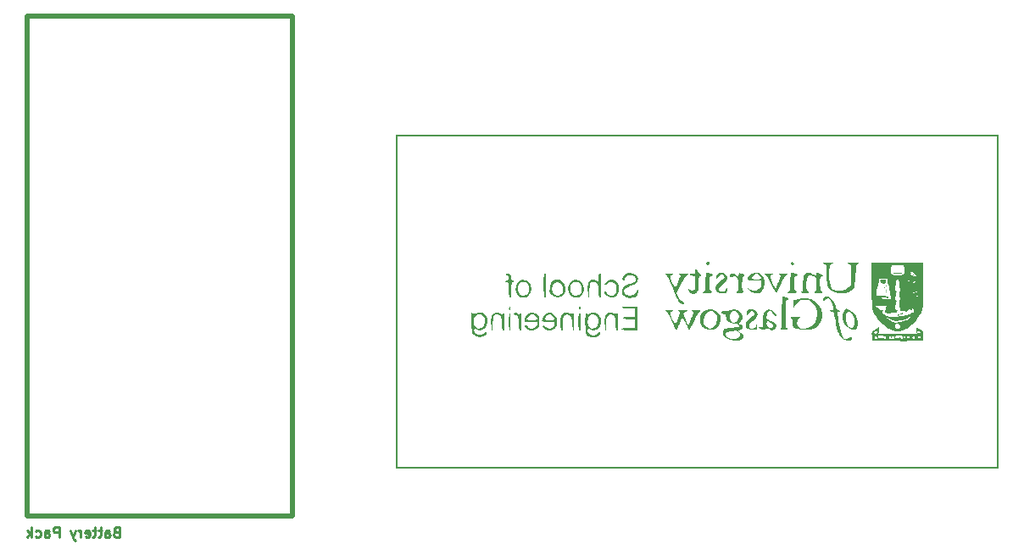
<source format=gbr>
%TF.GenerationSoftware,KiCad,Pcbnew,(6.0.9)*%
%TF.CreationDate,2024-05-17T13:50:49+01:00*%
%TF.ProjectId,Controller,436f6e74-726f-46c6-9c65-722e6b696361,rev?*%
%TF.SameCoordinates,Original*%
%TF.FileFunction,Legend,Bot*%
%TF.FilePolarity,Positive*%
%FSLAX46Y46*%
G04 Gerber Fmt 4.6, Leading zero omitted, Abs format (unit mm)*
G04 Created by KiCad (PCBNEW (6.0.9)) date 2024-05-17 13:50:49*
%MOMM*%
%LPD*%
G01*
G04 APERTURE LIST*
%ADD10C,0.500000*%
%ADD11C,0.250000*%
G04 APERTURE END LIST*
D10*
X96300000Y-71850000D02*
X122800000Y-71850000D01*
X122800000Y-71850000D02*
X122800000Y-121850000D01*
X122800000Y-121850000D02*
X96300000Y-121850000D01*
X96300000Y-121850000D02*
X96300000Y-71850000D01*
D11*
X105218095Y-123418571D02*
X105075238Y-123466190D01*
X105027619Y-123513809D01*
X104980000Y-123609047D01*
X104980000Y-123751904D01*
X105027619Y-123847142D01*
X105075238Y-123894761D01*
X105170476Y-123942380D01*
X105551428Y-123942380D01*
X105551428Y-122942380D01*
X105218095Y-122942380D01*
X105122857Y-122990000D01*
X105075238Y-123037619D01*
X105027619Y-123132857D01*
X105027619Y-123228095D01*
X105075238Y-123323333D01*
X105122857Y-123370952D01*
X105218095Y-123418571D01*
X105551428Y-123418571D01*
X104122857Y-123942380D02*
X104122857Y-123418571D01*
X104170476Y-123323333D01*
X104265714Y-123275714D01*
X104456190Y-123275714D01*
X104551428Y-123323333D01*
X104122857Y-123894761D02*
X104218095Y-123942380D01*
X104456190Y-123942380D01*
X104551428Y-123894761D01*
X104599047Y-123799523D01*
X104599047Y-123704285D01*
X104551428Y-123609047D01*
X104456190Y-123561428D01*
X104218095Y-123561428D01*
X104122857Y-123513809D01*
X103789523Y-123275714D02*
X103408571Y-123275714D01*
X103646666Y-122942380D02*
X103646666Y-123799523D01*
X103599047Y-123894761D01*
X103503809Y-123942380D01*
X103408571Y-123942380D01*
X103218095Y-123275714D02*
X102837142Y-123275714D01*
X103075238Y-122942380D02*
X103075238Y-123799523D01*
X103027619Y-123894761D01*
X102932380Y-123942380D01*
X102837142Y-123942380D01*
X102122857Y-123894761D02*
X102218095Y-123942380D01*
X102408571Y-123942380D01*
X102503809Y-123894761D01*
X102551428Y-123799523D01*
X102551428Y-123418571D01*
X102503809Y-123323333D01*
X102408571Y-123275714D01*
X102218095Y-123275714D01*
X102122857Y-123323333D01*
X102075238Y-123418571D01*
X102075238Y-123513809D01*
X102551428Y-123609047D01*
X101646666Y-123942380D02*
X101646666Y-123275714D01*
X101646666Y-123466190D02*
X101599047Y-123370952D01*
X101551428Y-123323333D01*
X101456190Y-123275714D01*
X101360952Y-123275714D01*
X101122857Y-123275714D02*
X100884761Y-123942380D01*
X100646666Y-123275714D02*
X100884761Y-123942380D01*
X100980000Y-124180476D01*
X101027619Y-124228095D01*
X101122857Y-124275714D01*
X99503809Y-123942380D02*
X99503809Y-122942380D01*
X99122857Y-122942380D01*
X99027619Y-122990000D01*
X98980000Y-123037619D01*
X98932380Y-123132857D01*
X98932380Y-123275714D01*
X98980000Y-123370952D01*
X99027619Y-123418571D01*
X99122857Y-123466190D01*
X99503809Y-123466190D01*
X98075238Y-123942380D02*
X98075238Y-123418571D01*
X98122857Y-123323333D01*
X98218095Y-123275714D01*
X98408571Y-123275714D01*
X98503809Y-123323333D01*
X98075238Y-123894761D02*
X98170476Y-123942380D01*
X98408571Y-123942380D01*
X98503809Y-123894761D01*
X98551428Y-123799523D01*
X98551428Y-123704285D01*
X98503809Y-123609047D01*
X98408571Y-123561428D01*
X98170476Y-123561428D01*
X98075238Y-123513809D01*
X97170476Y-123894761D02*
X97265714Y-123942380D01*
X97456190Y-123942380D01*
X97551428Y-123894761D01*
X97599047Y-123847142D01*
X97646666Y-123751904D01*
X97646666Y-123466190D01*
X97599047Y-123370952D01*
X97551428Y-123323333D01*
X97456190Y-123275714D01*
X97265714Y-123275714D01*
X97170476Y-123323333D01*
X96741904Y-123942380D02*
X96741904Y-122942380D01*
X96646666Y-123561428D02*
X96360952Y-123942380D01*
X96360952Y-123275714D02*
X96741904Y-123656666D01*
%TO.C,G\u002A\u002A\u002A*%
G36*
X164209817Y-97508797D02*
G01*
X164396865Y-97557219D01*
X164607861Y-97631086D01*
X164780297Y-97707321D01*
X164851666Y-97762846D01*
X164809995Y-97809456D01*
X164661166Y-97855278D01*
X164561713Y-97883715D01*
X164498628Y-97962947D01*
X164464715Y-98131770D01*
X164444977Y-98430054D01*
X164440210Y-98544454D01*
X164440182Y-98920392D01*
X164478013Y-99170834D01*
X164562304Y-99329267D01*
X164701659Y-99429177D01*
X164773007Y-99472706D01*
X164752033Y-99504088D01*
X164602343Y-99520716D01*
X164303660Y-99527603D01*
X164177308Y-99528626D01*
X163928306Y-99525884D01*
X163815567Y-99508876D01*
X163814745Y-99469969D01*
X163901494Y-99401532D01*
X163914012Y-99392634D01*
X163994562Y-99319472D01*
X164045909Y-99217239D01*
X164074547Y-99050876D01*
X164086968Y-98785327D01*
X164089666Y-98385532D01*
X164092442Y-98105443D01*
X164103577Y-97793207D01*
X164121253Y-97580147D01*
X164143343Y-97501333D01*
X164209817Y-97508797D01*
G37*
G36*
X183816999Y-101567990D02*
G01*
X183802692Y-101605691D01*
X183689999Y-101650000D01*
X183632136Y-101646322D01*
X183562999Y-101616725D01*
X183578598Y-101594811D01*
X183689999Y-101534715D01*
X183754938Y-101521406D01*
X183816999Y-101567990D01*
G37*
G36*
X163184478Y-97200023D02*
G01*
X163306082Y-97367661D01*
X163475832Y-97563705D01*
X163515168Y-97605256D01*
X163639362Y-97754181D01*
X163645290Y-97823173D01*
X163539332Y-97840000D01*
X163476749Y-97869543D01*
X163437491Y-97979664D01*
X163417755Y-98199871D01*
X163412332Y-98559667D01*
X163412307Y-98591646D01*
X163405168Y-98950425D01*
X163379880Y-99184983D01*
X163328478Y-99337128D01*
X163242999Y-99448667D01*
X163092243Y-99561168D01*
X162923171Y-99618000D01*
X162847012Y-99609155D01*
X162639501Y-99519902D01*
X162467841Y-99373647D01*
X162396332Y-99219077D01*
X162399086Y-99159951D01*
X162436458Y-99132403D01*
X162551166Y-99223878D01*
X162690353Y-99334390D01*
X162803712Y-99343626D01*
X162940618Y-99230952D01*
X163017426Y-99094917D01*
X163060531Y-98852624D01*
X163073666Y-98474317D01*
X163073666Y-97850729D01*
X162805019Y-97824198D01*
X162797287Y-97823408D01*
X162578989Y-97769352D01*
X162498492Y-97689627D01*
X162560640Y-97617441D01*
X162770277Y-97586000D01*
X162790077Y-97585968D01*
X162982057Y-97570281D01*
X163060893Y-97494055D01*
X163078645Y-97310833D01*
X163086788Y-97144848D01*
X163116042Y-97106256D01*
X163184478Y-97200023D01*
G37*
G36*
X181937927Y-98182417D02*
G01*
X182084060Y-98225456D01*
X182123666Y-98333889D01*
X182115711Y-98421051D01*
X182067221Y-98545555D01*
X182046161Y-98562848D01*
X181881539Y-98603527D01*
X181696473Y-98567065D01*
X181582391Y-98468075D01*
X181576973Y-98453777D01*
X181538320Y-98279840D01*
X181612846Y-98198685D01*
X181827332Y-98178667D01*
X181937927Y-98182417D01*
G37*
G36*
X148065455Y-97588661D02*
G01*
X148110863Y-97632196D01*
X148141655Y-97747970D01*
X148160431Y-97960244D01*
X148169790Y-98293279D01*
X148172332Y-98771333D01*
X148172047Y-98959147D01*
X148167383Y-99382948D01*
X148154979Y-99670341D01*
X148132235Y-99845584D01*
X148096553Y-99932939D01*
X148045332Y-99956667D01*
X148025210Y-99954006D01*
X147979802Y-99910471D01*
X147949010Y-99794696D01*
X147930234Y-99582422D01*
X147920875Y-99249388D01*
X147918332Y-98771333D01*
X147918618Y-98583519D01*
X147923282Y-98159718D01*
X147935686Y-97872326D01*
X147958430Y-97697082D01*
X147994112Y-97609727D01*
X148045332Y-97586000D01*
X148065455Y-97588661D01*
G37*
G36*
X184683903Y-101059793D02*
G01*
X184748332Y-101142000D01*
X184745872Y-101162237D01*
X184663666Y-101226667D01*
X184643428Y-101224206D01*
X184578999Y-101142000D01*
X184581459Y-101121762D01*
X184663666Y-101057333D01*
X184683903Y-101059793D01*
G37*
G36*
X155015586Y-98277213D02*
G01*
X155238879Y-98475195D01*
X155380490Y-98759788D01*
X155435990Y-99088236D01*
X155400952Y-99417780D01*
X155270949Y-99705664D01*
X155041554Y-99909130D01*
X154832371Y-99977253D01*
X154566409Y-99992848D01*
X154386652Y-99934610D01*
X154202815Y-99814479D01*
X154049922Y-99665369D01*
X153954590Y-99519264D01*
X153943436Y-99408146D01*
X154043076Y-99364000D01*
X154144662Y-99419447D01*
X154252927Y-99575667D01*
X154286740Y-99640547D01*
X154416673Y-99756592D01*
X154642716Y-99787333D01*
X154708898Y-99784429D01*
X154976720Y-99687528D01*
X155142723Y-99459783D01*
X155199666Y-99110000D01*
X155199524Y-99092757D01*
X155135920Y-98771119D01*
X154978811Y-98545386D01*
X154760804Y-98432898D01*
X154514506Y-98450991D01*
X154272525Y-98617005D01*
X154199802Y-98684168D01*
X154070153Y-98741682D01*
X154013549Y-98686742D01*
X154067470Y-98534439D01*
X154268021Y-98342652D01*
X154561406Y-98225836D01*
X154866883Y-98222292D01*
X155015586Y-98277213D01*
G37*
G36*
X183446568Y-101672588D02*
G01*
X183391968Y-101779046D01*
X183322791Y-101846532D01*
X183246123Y-101869346D01*
X183232885Y-101808015D01*
X183298110Y-101702902D01*
X183409030Y-101650000D01*
X183446568Y-101672588D01*
G37*
G36*
X183393666Y-97332000D02*
G01*
X183387556Y-97376822D01*
X183337221Y-97388444D01*
X183327088Y-97376035D01*
X183337221Y-97275555D01*
X183362688Y-97262310D01*
X183393666Y-97332000D01*
G37*
G36*
X179308238Y-102677207D02*
G01*
X179207301Y-102991364D01*
X179041824Y-103196009D01*
X179016119Y-103211055D01*
X178811156Y-103229799D01*
X178553115Y-103140196D01*
X178281935Y-102966863D01*
X178037556Y-102734420D01*
X177859914Y-102467483D01*
X177852681Y-102452031D01*
X177732022Y-102039039D01*
X177741475Y-101887541D01*
X178069813Y-101887541D01*
X178090441Y-102213603D01*
X178191258Y-102568122D01*
X178304952Y-102786165D01*
X178489352Y-102972176D01*
X178685223Y-103020151D01*
X178866869Y-102916829D01*
X178970105Y-102697393D01*
X178986603Y-102397683D01*
X178927592Y-102069790D01*
X178807052Y-101762809D01*
X178638958Y-101525834D01*
X178437289Y-101407960D01*
X178420143Y-101405103D01*
X178241557Y-101450792D01*
X178122483Y-101622438D01*
X178069813Y-101887541D01*
X177741475Y-101887541D01*
X177755773Y-101658405D01*
X177922235Y-101340825D01*
X178123471Y-101106875D01*
X178485613Y-101270179D01*
X178722829Y-101406487D01*
X179038592Y-101702896D01*
X179251555Y-102058842D01*
X179322813Y-102397683D01*
X179329666Y-102430269D01*
X179308238Y-102677207D01*
G37*
G36*
X165527684Y-102645141D02*
G01*
X165308021Y-102952998D01*
X164939181Y-103193711D01*
X164898492Y-103207350D01*
X164697957Y-103230239D01*
X164439200Y-103224117D01*
X164389211Y-103219127D01*
X164073875Y-103132320D01*
X163804200Y-102927611D01*
X163743894Y-102865521D01*
X163612175Y-102690680D01*
X163553025Y-102495317D01*
X163541717Y-102255999D01*
X163889343Y-102255999D01*
X163927796Y-102597396D01*
X164116111Y-102898833D01*
X164190729Y-102969995D01*
X164444656Y-103083516D01*
X164712054Y-103038605D01*
X164963967Y-102837361D01*
X165136970Y-102581924D01*
X165251624Y-102205595D01*
X165204961Y-101839137D01*
X164996509Y-101501833D01*
X164794654Y-101358434D01*
X164542550Y-101333975D01*
X164295841Y-101445180D01*
X164083547Y-101677937D01*
X163934689Y-102018137D01*
X163889343Y-102255999D01*
X163541717Y-102255999D01*
X163539332Y-102205526D01*
X163553627Y-101922061D01*
X163615159Y-101707173D01*
X163744712Y-101529692D01*
X164003029Y-101327290D01*
X164353476Y-101205421D01*
X164716461Y-101204020D01*
X165057979Y-101311435D01*
X165344023Y-101516015D01*
X165540587Y-101806108D01*
X165613666Y-102170062D01*
X165612852Y-102205595D01*
X165611848Y-102249379D01*
X165527684Y-102645141D01*
G37*
G36*
X168778708Y-101204905D02*
G01*
X169027368Y-101293540D01*
X169187813Y-101422463D01*
X169203078Y-101447876D01*
X169264235Y-101710821D01*
X169160368Y-101982565D01*
X168894499Y-102254531D01*
X168755934Y-102365172D01*
X168570989Y-102523068D01*
X168472462Y-102621479D01*
X168423462Y-102721486D01*
X168431986Y-102929549D01*
X168570866Y-103086051D01*
X168726876Y-103135656D01*
X168942054Y-103072967D01*
X169126499Y-102846461D01*
X169247553Y-102623667D01*
X169250943Y-102923175D01*
X169250952Y-103024772D01*
X169225086Y-103163044D01*
X169124811Y-103219451D01*
X168902685Y-103236707D01*
X168604805Y-103223423D01*
X168329562Y-103120795D01*
X168148407Y-102910174D01*
X168104046Y-102802548D01*
X168108321Y-102558424D01*
X168265459Y-102307141D01*
X168582013Y-102035481D01*
X168813927Y-101849265D01*
X168960027Y-101660047D01*
X168955382Y-101502613D01*
X168804702Y-101362741D01*
X168718979Y-101325092D01*
X168600105Y-101354763D01*
X168444869Y-101506554D01*
X168238332Y-101744109D01*
X168238332Y-101494566D01*
X168239334Y-101448672D01*
X168289638Y-101275237D01*
X168444123Y-101193373D01*
X168522239Y-101181327D01*
X168778708Y-101204905D01*
G37*
G36*
X176319191Y-99914768D02*
G01*
X176563703Y-100045214D01*
X176573998Y-100053492D01*
X176761472Y-100254970D01*
X176940818Y-100523126D01*
X177075338Y-100795322D01*
X177128332Y-101008923D01*
X177128336Y-101009647D01*
X177197162Y-101136668D01*
X177361166Y-101262906D01*
X177512389Y-101349774D01*
X177522686Y-101384608D01*
X177397794Y-101392610D01*
X177395331Y-101392656D01*
X177254067Y-101428196D01*
X177246154Y-101544167D01*
X177274493Y-101669279D01*
X177324676Y-101928734D01*
X177388175Y-102279349D01*
X177457680Y-102681808D01*
X177504891Y-102954500D01*
X177588623Y-103382506D01*
X177667713Y-103684055D01*
X177752291Y-103886866D01*
X177852482Y-104018661D01*
X177978414Y-104107161D01*
X178145721Y-104150504D01*
X178333979Y-104066768D01*
X178482020Y-103981509D01*
X178628838Y-103936000D01*
X178662770Y-103940064D01*
X178732242Y-104018484D01*
X178705008Y-104148377D01*
X178588832Y-104265751D01*
X178518016Y-104296805D01*
X178250210Y-104307375D01*
X177953595Y-104197271D01*
X177669594Y-103986994D01*
X177439632Y-103697044D01*
X177397967Y-103609987D01*
X177305471Y-103344845D01*
X177208063Y-102992519D01*
X177120983Y-102605228D01*
X177077546Y-102387081D01*
X177006159Y-102032197D01*
X176948436Y-101749713D01*
X176913904Y-101586500D01*
X176843709Y-101450429D01*
X176661053Y-101396000D01*
X176523406Y-101375156D01*
X176450999Y-101311333D01*
X176504394Y-101255449D01*
X176664279Y-101226667D01*
X176768774Y-101220560D01*
X176844086Y-101160802D01*
X176826008Y-100993833D01*
X176739335Y-100647504D01*
X176618857Y-100324190D01*
X176481854Y-100146379D01*
X176316493Y-100100490D01*
X176110941Y-100172937D01*
X176052695Y-100204483D01*
X175869553Y-100280976D01*
X175790319Y-100249596D01*
X175788944Y-100104833D01*
X175789528Y-100100929D01*
X175884985Y-99946252D01*
X176077245Y-99882989D01*
X176319191Y-99914768D01*
G37*
G36*
X181869666Y-101480667D02*
G01*
X181863556Y-101525489D01*
X181813221Y-101537111D01*
X181803088Y-101524702D01*
X181813221Y-101424222D01*
X181838688Y-101410976D01*
X181869666Y-101480667D01*
G37*
G36*
X150608827Y-101612467D02*
G01*
X150739949Y-101679554D01*
X150796999Y-101654801D01*
X150800221Y-101630396D01*
X150881666Y-101565333D01*
X150901206Y-101583305D01*
X150935761Y-101734316D01*
X150958283Y-102018680D01*
X150966332Y-102412000D01*
X150964535Y-102607397D01*
X150949434Y-102952950D01*
X150920998Y-103178171D01*
X150881666Y-103258667D01*
X150843816Y-103206193D01*
X150809978Y-103024513D01*
X150796999Y-102756178D01*
X150790097Y-102537917D01*
X150759967Y-102240903D01*
X150714032Y-102035471D01*
X150693683Y-101988291D01*
X150520623Y-101779350D01*
X150286930Y-101684779D01*
X150045709Y-101728935D01*
X149999767Y-101756429D01*
X149928405Y-101832697D01*
X149887908Y-101963569D01*
X149869816Y-102187258D01*
X149865666Y-102541979D01*
X149860535Y-102892821D01*
X149841150Y-103115762D01*
X149802272Y-103227864D01*
X149738666Y-103258667D01*
X149676082Y-103229123D01*
X149636825Y-103119002D01*
X149617088Y-102898795D01*
X149611666Y-102539000D01*
X149611692Y-102507020D01*
X149618830Y-102148241D01*
X149644119Y-101913683D01*
X149695521Y-101761538D01*
X149780999Y-101650000D01*
X150020760Y-101511919D01*
X150320085Y-101495814D01*
X150608827Y-101612467D01*
G37*
G36*
X174351732Y-97504928D02*
G01*
X174545542Y-97563370D01*
X174779779Y-97670667D01*
X174858492Y-97712156D01*
X175043990Y-97803546D01*
X175138359Y-97840000D01*
X175163068Y-97808458D01*
X175180999Y-97670667D01*
X175180999Y-97668517D01*
X175185166Y-97554918D01*
X175224839Y-97514323D01*
X175340549Y-97543463D01*
X175572826Y-97639069D01*
X175664474Y-97678084D01*
X175807564Y-97750631D01*
X175816954Y-97798386D01*
X175710166Y-97848008D01*
X175659593Y-97869292D01*
X175583696Y-97930886D01*
X175541599Y-98046716D01*
X175523518Y-98255129D01*
X175519666Y-98594471D01*
X175519942Y-98702412D01*
X175528427Y-99009251D01*
X175556055Y-99200105D01*
X175612601Y-99316892D01*
X175707838Y-99401532D01*
X175732944Y-99419300D01*
X175805884Y-99482680D01*
X175782693Y-99516817D01*
X175638974Y-99530703D01*
X175350332Y-99533333D01*
X175276862Y-99533270D01*
X175020508Y-99529032D01*
X174903981Y-99511659D01*
X174902886Y-99472157D01*
X174992827Y-99401532D01*
X174998830Y-99397293D01*
X175094894Y-99307913D01*
X175150003Y-99181557D01*
X175175068Y-98974172D01*
X175180999Y-98641706D01*
X175180236Y-98441202D01*
X175169268Y-98194039D01*
X175133701Y-98047955D01*
X175059144Y-97959320D01*
X174931204Y-97884507D01*
X174922717Y-97880137D01*
X174620998Y-97759557D01*
X174405220Y-97761858D01*
X174264529Y-97897296D01*
X174188073Y-98176126D01*
X174164999Y-98608606D01*
X174165122Y-98679472D01*
X174172857Y-98992015D01*
X174200170Y-99186129D01*
X174257553Y-99304938D01*
X174355499Y-99391565D01*
X174384366Y-99411936D01*
X174456085Y-99474584D01*
X174431413Y-99508078D01*
X174286043Y-99521307D01*
X173995666Y-99523162D01*
X173768503Y-99520408D01*
X173596936Y-99507425D01*
X173559426Y-99479026D01*
X173635832Y-99429998D01*
X173706179Y-99389994D01*
X173771346Y-99313918D01*
X173807494Y-99179791D01*
X173823023Y-98950531D01*
X173826332Y-98589062D01*
X173826521Y-98500534D01*
X173834774Y-98153448D01*
X173860715Y-97926560D01*
X173911846Y-97779192D01*
X173995666Y-97670667D01*
X174146213Y-97558129D01*
X174314420Y-97501333D01*
X174351732Y-97504928D01*
G37*
G36*
X149919677Y-99723014D02*
G01*
X149669876Y-99918345D01*
X149339623Y-99996908D01*
X148988967Y-99935131D01*
X148692294Y-99723275D01*
X148661065Y-99687775D01*
X148557302Y-99528850D01*
X148519071Y-99340187D01*
X148527149Y-99124711D01*
X148764999Y-99124711D01*
X148801780Y-99445999D01*
X148919833Y-99647211D01*
X149097305Y-99742983D01*
X149338365Y-99787333D01*
X149394891Y-99784660D01*
X149647251Y-99684930D01*
X149808767Y-99454147D01*
X149865666Y-99110000D01*
X149863524Y-99034997D01*
X149785136Y-98709167D01*
X149601659Y-98503991D01*
X149323654Y-98432667D01*
X149222906Y-98438356D01*
X148965604Y-98537629D01*
X148814423Y-98764612D01*
X148764999Y-99124711D01*
X148527149Y-99124711D01*
X148529817Y-99053556D01*
X148546813Y-98905902D01*
X148651836Y-98554155D01*
X148848362Y-98330037D01*
X149150421Y-98214584D01*
X149224271Y-98203393D01*
X149572474Y-98236842D01*
X149845292Y-98419346D01*
X150029632Y-98743034D01*
X150096608Y-99058686D01*
X150092280Y-99110000D01*
X150065821Y-99423719D01*
X149919677Y-99723014D01*
G37*
G36*
X182208332Y-99406333D02*
G01*
X182165999Y-99448667D01*
X182123666Y-99406333D01*
X182165999Y-99364000D01*
X182208332Y-99406333D01*
G37*
G36*
X133186332Y-117059333D02*
G01*
X133186332Y-116890000D01*
X133355666Y-116890000D01*
X193214999Y-116890000D01*
X193214999Y-83870000D01*
X133355666Y-83870000D01*
X133355666Y-116890000D01*
X133186332Y-116890000D01*
X133186332Y-83700667D01*
X193384332Y-83700667D01*
X193384332Y-117059333D01*
X133186332Y-117059333D01*
G37*
G36*
X147481546Y-102380403D02*
G01*
X147482435Y-102661610D01*
X147435642Y-102855106D01*
X147327792Y-103025833D01*
X147211254Y-103150455D01*
X147035532Y-103236854D01*
X146769187Y-103258667D01*
X146610743Y-103245937D01*
X146332979Y-103159123D01*
X146132647Y-103013174D01*
X146055666Y-102835333D01*
X146058282Y-102808943D01*
X146128292Y-102750939D01*
X146252347Y-102792891D01*
X146374684Y-102920000D01*
X146475320Y-103024941D01*
X146694247Y-103091778D01*
X146937224Y-103037631D01*
X147150187Y-102866248D01*
X147269239Y-102701008D01*
X147325561Y-102552618D01*
X147257775Y-102464742D01*
X147051077Y-102422747D01*
X146690666Y-102412000D01*
X146055666Y-102412000D01*
X146055666Y-102154151D01*
X146224999Y-102154151D01*
X146276883Y-102194771D01*
X146467672Y-102229790D01*
X146767406Y-102242667D01*
X146793554Y-102242654D01*
X147074840Y-102237641D01*
X147224027Y-102215310D01*
X147275802Y-102163674D01*
X147264854Y-102070743D01*
X147264163Y-102068156D01*
X147148509Y-101876776D01*
X146953090Y-101716926D01*
X146752645Y-101650000D01*
X146745580Y-101650330D01*
X146605511Y-101716799D01*
X146433086Y-101860161D01*
X146286764Y-102024563D01*
X146224999Y-102154151D01*
X146055666Y-102154151D01*
X146093347Y-101953237D01*
X146273769Y-101678200D01*
X146410134Y-101559827D01*
X146585553Y-101493990D01*
X146835751Y-101506221D01*
X147111219Y-101569053D01*
X147310736Y-101703153D01*
X147423619Y-101936949D01*
X147456328Y-102163674D01*
X147476515Y-102303602D01*
X147481546Y-102380403D01*
G37*
G36*
X156898282Y-97594855D02*
G01*
X157143812Y-97728820D01*
X157316409Y-97919296D01*
X157384051Y-98150986D01*
X157314716Y-98408596D01*
X157133668Y-98603673D01*
X156849049Y-98754679D01*
X156646042Y-98826106D01*
X156309092Y-98957912D01*
X156099395Y-99068142D01*
X155991928Y-99171711D01*
X155961666Y-99283529D01*
X155962691Y-99333353D01*
X156026934Y-99596078D01*
X156203304Y-99742148D01*
X156508930Y-99787333D01*
X156801151Y-99754481D01*
X157045545Y-99618345D01*
X157189492Y-99363499D01*
X157192893Y-99353096D01*
X157279737Y-99212574D01*
X157363491Y-99226739D01*
X157400999Y-99390151D01*
X157397434Y-99452328D01*
X157283761Y-99726104D01*
X157019999Y-99943566D01*
X156801454Y-100016730D01*
X156485743Y-100027773D01*
X156170396Y-99963089D01*
X155910279Y-99835177D01*
X155760259Y-99656540D01*
X155744755Y-99612440D01*
X155717089Y-99284150D01*
X155836609Y-98993218D01*
X156083772Y-98768898D01*
X156439040Y-98640441D01*
X156570189Y-98613628D01*
X156905137Y-98492987D01*
X157094795Y-98328808D01*
X157131321Y-98131174D01*
X157006877Y-97910167D01*
X156999346Y-97902081D01*
X156795101Y-97782977D01*
X156545612Y-97760041D01*
X156302944Y-97820688D01*
X156119163Y-97952330D01*
X156046332Y-98142381D01*
X156031651Y-98198661D01*
X155919332Y-98263333D01*
X155844499Y-98238505D01*
X155796390Y-98116194D01*
X155835200Y-97938924D01*
X155956943Y-97760056D01*
X156044325Y-97684980D01*
X156316517Y-97557640D01*
X156611843Y-97532697D01*
X156898282Y-97594855D01*
G37*
G36*
X182038999Y-98983000D02*
G01*
X181996666Y-99025333D01*
X181954332Y-98983000D01*
X181996666Y-98940667D01*
X182038999Y-98983000D01*
G37*
G36*
X149272925Y-102413248D02*
G01*
X149229788Y-102773266D01*
X149097521Y-103035582D01*
X148991220Y-103149342D01*
X148815373Y-103236293D01*
X148547187Y-103258667D01*
X148388743Y-103245937D01*
X148110979Y-103159123D01*
X147910647Y-103013174D01*
X147833666Y-102835333D01*
X147862029Y-102761680D01*
X147968924Y-102780153D01*
X148129999Y-102920000D01*
X148286847Y-103035579D01*
X148532077Y-103080640D01*
X148769218Y-103013205D01*
X148948211Y-102850698D01*
X149018999Y-102610544D01*
X149016897Y-102549055D01*
X148988063Y-102472399D01*
X148896699Y-102431424D01*
X148707210Y-102415001D01*
X148383999Y-102412000D01*
X148380610Y-102411999D01*
X148048775Y-102400839D01*
X147828708Y-102370399D01*
X147748999Y-102324614D01*
X147749884Y-102311883D01*
X147789203Y-102163229D01*
X147793230Y-102152467D01*
X148015729Y-102152467D01*
X148068295Y-102208973D01*
X148221960Y-102235842D01*
X148510680Y-102242667D01*
X148527564Y-102242662D01*
X148805513Y-102237765D01*
X148952878Y-102213998D01*
X149006625Y-102157138D01*
X149003721Y-102052960D01*
X148923739Y-101893812D01*
X148734116Y-101747349D01*
X148592551Y-101689027D01*
X148443900Y-101690078D01*
X148268449Y-101797862D01*
X148264847Y-101800565D01*
X148101502Y-101957909D01*
X148017958Y-102103473D01*
X148015729Y-102152467D01*
X147793230Y-102152467D01*
X147868831Y-101950429D01*
X147922148Y-101841356D01*
X148144536Y-101589593D01*
X148424218Y-101482643D01*
X148728706Y-101526749D01*
X149025512Y-101728154D01*
X149176780Y-101907326D01*
X149253891Y-102107155D01*
X149257220Y-102157138D01*
X149272999Y-102394069D01*
X149272925Y-102413248D01*
G37*
G36*
X167657165Y-97589298D02*
G01*
X167752889Y-97618147D01*
X167938375Y-97697109D01*
X167975387Y-97777265D01*
X167878366Y-97877423D01*
X167795873Y-98012425D01*
X167740167Y-98268730D01*
X167719488Y-98587274D01*
X167734121Y-98914273D01*
X167784349Y-99195943D01*
X167870455Y-99378500D01*
X167902384Y-99414771D01*
X167940020Y-99480763D01*
X167891667Y-99514846D01*
X167729565Y-99526077D01*
X167425955Y-99523512D01*
X167380986Y-99522622D01*
X167134722Y-99511376D01*
X167001980Y-99493372D01*
X167010666Y-99472068D01*
X167114998Y-99437510D01*
X167285832Y-99344522D01*
X167292945Y-99338100D01*
X167359316Y-99181989D01*
X167387803Y-98922007D01*
X167379635Y-98614431D01*
X167336042Y-98315536D01*
X167258252Y-98081598D01*
X167208687Y-97992941D01*
X167100909Y-97882315D01*
X166950319Y-97875880D01*
X166704091Y-97962260D01*
X166614302Y-97975219D01*
X166510724Y-97872801D01*
X166506949Y-97862287D01*
X166520426Y-97712636D01*
X166643137Y-97617861D01*
X166824147Y-97587216D01*
X167012518Y-97629956D01*
X167157315Y-97755333D01*
X167280848Y-97902359D01*
X167362397Y-97890217D01*
X167391666Y-97718910D01*
X167403871Y-97590059D01*
X167475705Y-97549156D01*
X167657165Y-97589298D01*
G37*
G36*
X143382457Y-101505315D02*
G01*
X143614832Y-101620789D01*
X143720758Y-101693390D01*
X143769666Y-101663122D01*
X143784108Y-101617969D01*
X143896666Y-101565333D01*
X143923096Y-101569340D01*
X143973362Y-101623703D01*
X144004094Y-101763700D01*
X144019469Y-102017182D01*
X144023666Y-102412000D01*
X144023065Y-102588199D01*
X144014910Y-102923306D01*
X143993911Y-103128185D01*
X143955889Y-103230688D01*
X143896666Y-103258667D01*
X143851153Y-103246515D01*
X143801665Y-103161837D01*
X143776611Y-102969891D01*
X143769666Y-102639849D01*
X143769136Y-102552254D01*
X143744927Y-102173403D01*
X143674353Y-101924322D01*
X143543221Y-101773854D01*
X143337337Y-101690844D01*
X143223401Y-101672396D01*
X143041203Y-101710485D01*
X142922395Y-101864715D01*
X142857823Y-102151532D01*
X142838332Y-102587381D01*
X142838086Y-102643484D01*
X142825200Y-102963642D01*
X142795697Y-103179508D01*
X142753666Y-103258667D01*
X142741668Y-103252652D01*
X142703533Y-103132448D01*
X142678192Y-102880034D01*
X142668999Y-102524500D01*
X142671671Y-102279779D01*
X142691493Y-101964608D01*
X142735428Y-101761784D01*
X142809121Y-101635500D01*
X142866975Y-101584313D01*
X143107527Y-101493625D01*
X143382457Y-101505315D01*
G37*
G36*
X164472365Y-96432551D02*
G01*
X164512999Y-96564111D01*
X164512917Y-96572865D01*
X164463191Y-96702962D01*
X164295124Y-96739333D01*
X164156403Y-96704641D01*
X164099034Y-96602610D01*
X164156321Y-96487676D01*
X164323364Y-96415945D01*
X164324206Y-96415825D01*
X164472365Y-96432551D01*
G37*
G36*
X155025537Y-101622303D02*
G01*
X155037911Y-101630864D01*
X155153133Y-101693961D01*
X155166379Y-101664637D01*
X155151067Y-101609339D01*
X155237002Y-101565333D01*
X155271339Y-101571234D01*
X155320754Y-101627709D01*
X155350530Y-101767593D01*
X155365125Y-102019489D01*
X155368999Y-102412000D01*
X155368605Y-102553645D01*
X155360958Y-102902869D01*
X155340524Y-103118657D01*
X155303335Y-103228195D01*
X155245423Y-103258667D01*
X155196709Y-103240094D01*
X155147868Y-103137705D01*
X155116675Y-102921243D01*
X155097257Y-102563129D01*
X155088026Y-102334237D01*
X155067267Y-102071463D01*
X155028802Y-101912423D01*
X154960340Y-101816397D01*
X154849589Y-101742666D01*
X154725025Y-101680795D01*
X154580828Y-101669597D01*
X154405089Y-101762822D01*
X154337224Y-101810107D01*
X154252762Y-101898873D01*
X154206695Y-102028867D01*
X154187503Y-102242775D01*
X154183666Y-102583285D01*
X154183395Y-102642426D01*
X154170438Y-102963328D01*
X154140961Y-103179469D01*
X154098999Y-103258667D01*
X154085333Y-103250671D01*
X154047976Y-103124016D01*
X154023265Y-102864945D01*
X154014332Y-102501467D01*
X154015630Y-102254603D01*
X154026717Y-101973587D01*
X154056082Y-101798764D01*
X154111940Y-101691327D01*
X154202505Y-101612467D01*
X154386297Y-101520673D01*
X154711909Y-101495031D01*
X155025537Y-101622303D01*
G37*
G36*
X153416943Y-103094056D02*
G01*
X153374699Y-103128947D01*
X153151789Y-103221911D01*
X152871585Y-103260578D01*
X152604913Y-103240459D01*
X152422599Y-103157067D01*
X152394859Y-103131949D01*
X152336662Y-103132033D01*
X152320999Y-103279266D01*
X152326698Y-103344682D01*
X152431037Y-103552771D01*
X152628240Y-103698972D01*
X152867802Y-103766394D01*
X153099217Y-103738145D01*
X153271981Y-103597333D01*
X153360171Y-103492788D01*
X153484365Y-103428000D01*
X153534633Y-103436544D01*
X153589031Y-103522995D01*
X153541466Y-103662295D01*
X153402827Y-103804199D01*
X153317936Y-103849713D01*
X153040829Y-103919999D01*
X152723478Y-103933615D01*
X152451792Y-103883406D01*
X152379837Y-103846927D01*
X152235766Y-103686797D01*
X152138804Y-103413879D01*
X152084150Y-103010388D01*
X152066999Y-102458538D01*
X152067239Y-102403700D01*
X152304923Y-102403700D01*
X152349169Y-102710414D01*
X152459000Y-102932156D01*
X152504320Y-102974978D01*
X152743232Y-103076170D01*
X153015376Y-103057495D01*
X153252332Y-102920000D01*
X153331360Y-102818020D01*
X153423052Y-102532904D01*
X153404688Y-102216995D01*
X153285165Y-101929473D01*
X153073377Y-101729517D01*
X152970071Y-101694433D01*
X152721630Y-101712058D01*
X152491858Y-101829971D01*
X152353463Y-102018939D01*
X152334870Y-102086504D01*
X152304923Y-102403700D01*
X152067239Y-102403700D01*
X152068048Y-102218605D01*
X152077025Y-101891871D01*
X152098423Y-101692271D01*
X152136121Y-101592520D01*
X152193999Y-101565333D01*
X152252499Y-101575455D01*
X152320999Y-101654801D01*
X152373065Y-101680675D01*
X152509171Y-101612467D01*
X152687884Y-101522890D01*
X153010291Y-101492305D01*
X153311681Y-101607929D01*
X153492255Y-101808551D01*
X153614339Y-102125204D01*
X153645149Y-102482660D01*
X153635672Y-102532904D01*
X153580684Y-102824437D01*
X153416943Y-103094056D01*
G37*
G36*
X144580876Y-100919753D02*
G01*
X144616332Y-101057333D01*
X144600456Y-101155754D01*
X144531666Y-101226667D01*
X144482455Y-101194914D01*
X144446999Y-101057333D01*
X144462876Y-100958912D01*
X144531666Y-100888000D01*
X144580876Y-100919753D01*
G37*
G36*
X158877898Y-98668502D02*
G01*
X158881639Y-98902441D01*
X158884487Y-99271163D01*
X158886300Y-99766429D01*
X158886937Y-100380000D01*
X158886912Y-100507734D01*
X158886036Y-101099026D01*
X158884011Y-101570417D01*
X158880979Y-101913668D01*
X158877083Y-102120540D01*
X158872465Y-102182796D01*
X158867268Y-102092195D01*
X158861635Y-101840500D01*
X158859270Y-101689842D01*
X158852949Y-101021712D01*
X158851236Y-100284258D01*
X158854132Y-99557009D01*
X158861635Y-98919500D01*
X158862754Y-98857763D01*
X158868313Y-98637924D01*
X158873409Y-98577583D01*
X158877898Y-98668502D01*
G37*
G36*
X185848999Y-103793074D02*
G01*
X185847569Y-103850836D01*
X185844603Y-103970609D01*
X185823674Y-104193194D01*
X185791318Y-104304125D01*
X185779124Y-104308578D01*
X185636010Y-104321651D01*
X185351560Y-104331945D01*
X184947262Y-104339163D01*
X184444603Y-104343009D01*
X183865070Y-104343188D01*
X183230152Y-104339403D01*
X180726666Y-104317000D01*
X180712312Y-104041833D01*
X180939629Y-104041833D01*
X180970583Y-104078717D01*
X181107666Y-104105333D01*
X181212691Y-104093909D01*
X181269245Y-104017586D01*
X181191036Y-103851333D01*
X181179743Y-103834391D01*
X181163922Y-103820295D01*
X181327777Y-103820295D01*
X181336570Y-103933843D01*
X181373809Y-104017586D01*
X181394888Y-104064988D01*
X181483212Y-104090641D01*
X181557303Y-103957167D01*
X181569026Y-103912944D01*
X181594018Y-103852819D01*
X181605844Y-103957167D01*
X181632725Y-104055367D01*
X181722079Y-104100003D01*
X181813593Y-103999500D01*
X181845963Y-103937108D01*
X181862982Y-103999500D01*
X181903054Y-104098087D01*
X181992988Y-104099945D01*
X182082613Y-104011058D01*
X182099621Y-103945744D01*
X182400278Y-103945744D01*
X182416066Y-104085415D01*
X182514993Y-104137162D01*
X182737499Y-104123899D01*
X182744855Y-104122957D01*
X182916614Y-104093340D01*
X182961396Y-104035521D01*
X182930509Y-103937355D01*
X183054999Y-103937355D01*
X183080018Y-104035521D01*
X183090103Y-104075090D01*
X183173956Y-104089658D01*
X183250636Y-103957167D01*
X183259838Y-103923087D01*
X183286401Y-103869128D01*
X183300474Y-103978333D01*
X183303281Y-104014586D01*
X183330202Y-104094490D01*
X183401408Y-104020667D01*
X183475960Y-103945590D01*
X183534167Y-103999500D01*
X183551828Y-104032968D01*
X183659594Y-104102935D01*
X183768280Y-104075474D01*
X183801702Y-103961427D01*
X183792973Y-103936000D01*
X183901666Y-103936000D01*
X183905768Y-103961427D01*
X183917542Y-104034421D01*
X183986332Y-104105333D01*
X184035543Y-104073580D01*
X184070999Y-103936000D01*
X184063038Y-103886650D01*
X184178326Y-103886650D01*
X184178594Y-103888816D01*
X184198427Y-103936000D01*
X184243331Y-104042828D01*
X184348986Y-104077591D01*
X184441568Y-103974987D01*
X184454732Y-103936000D01*
X184723800Y-103936000D01*
X184724714Y-104066770D01*
X184849984Y-104105333D01*
X184962478Y-104079693D01*
X184969058Y-103971408D01*
X184944005Y-103901599D01*
X184935243Y-103868491D01*
X185104410Y-103868491D01*
X185111050Y-103971408D01*
X185115593Y-104041833D01*
X185144992Y-104056195D01*
X185158297Y-103936000D01*
X185153296Y-103886650D01*
X185278992Y-103886650D01*
X185279261Y-103888816D01*
X185299094Y-103936000D01*
X185343997Y-104042828D01*
X185449653Y-104077591D01*
X185542234Y-103974987D01*
X185584155Y-103850836D01*
X185575394Y-103783287D01*
X185476233Y-103844500D01*
X185379877Y-103898890D01*
X185308392Y-103833700D01*
X185282261Y-103801070D01*
X185278992Y-103886650D01*
X185153296Y-103886650D01*
X185146495Y-103819530D01*
X185115593Y-103830167D01*
X185104410Y-103868491D01*
X184935243Y-103868491D01*
X184917666Y-103802075D01*
X184917057Y-103790357D01*
X184870118Y-103755308D01*
X184787330Y-103816546D01*
X184769093Y-103850836D01*
X184723800Y-103936000D01*
X184454732Y-103936000D01*
X184483489Y-103850836D01*
X184474727Y-103783287D01*
X184375566Y-103844500D01*
X184279211Y-103898890D01*
X184207726Y-103833700D01*
X184181595Y-103801070D01*
X184178326Y-103886650D01*
X184063038Y-103886650D01*
X184055123Y-103837579D01*
X183986332Y-103766667D01*
X183937122Y-103798419D01*
X183901666Y-103936000D01*
X183792973Y-103936000D01*
X183787767Y-103920835D01*
X183669561Y-103834338D01*
X183414494Y-103793449D01*
X183397021Y-103792305D01*
X183177431Y-103789950D01*
X183078213Y-103832380D01*
X183054999Y-103937355D01*
X182930509Y-103937355D01*
X182918941Y-103900591D01*
X182850623Y-103795895D01*
X182759509Y-103779563D01*
X182716332Y-103893667D01*
X182706780Y-103952090D01*
X182631666Y-104020667D01*
X182603688Y-104014755D01*
X182568166Y-103925417D01*
X182570398Y-103894420D01*
X182501594Y-103797392D01*
X182447014Y-103811095D01*
X182429265Y-103858389D01*
X182401148Y-103933309D01*
X182400278Y-103945744D01*
X182099621Y-103945744D01*
X182122369Y-103858389D01*
X182107962Y-103774331D01*
X182048286Y-103839206D01*
X182003749Y-103887640D01*
X181928528Y-103878078D01*
X181922403Y-103870425D01*
X181797203Y-103815434D01*
X181586641Y-103782215D01*
X181410933Y-103778880D01*
X181327777Y-103820295D01*
X181163922Y-103820295D01*
X181103994Y-103766903D01*
X181024296Y-103851333D01*
X180982376Y-103923514D01*
X180939629Y-104041833D01*
X180712312Y-104041833D01*
X180701277Y-103830275D01*
X180692335Y-103568565D01*
X180703533Y-103474525D01*
X180910886Y-103474525D01*
X180944058Y-103531098D01*
X181086499Y-103582055D01*
X181235629Y-103566041D01*
X181276999Y-103436617D01*
X181276502Y-103409867D01*
X181236654Y-103308156D01*
X181101386Y-103329087D01*
X180993243Y-103384119D01*
X180910886Y-103474525D01*
X180703533Y-103474525D01*
X180712020Y-103403246D01*
X180779598Y-103311074D01*
X180912944Y-103242404D01*
X181109168Y-103142605D01*
X181308510Y-103009462D01*
X181362766Y-102965772D01*
X181428635Y-102937321D01*
X181439247Y-103018396D01*
X181406901Y-103237500D01*
X181373634Y-103436617D01*
X181346782Y-103597333D01*
X185193308Y-103597333D01*
X185164264Y-103415704D01*
X185256332Y-103415704D01*
X185284310Y-103509235D01*
X185411769Y-103568924D01*
X185594071Y-103513240D01*
X185599638Y-103447005D01*
X185470402Y-103359833D01*
X185371155Y-103318304D01*
X185277154Y-103314850D01*
X185256332Y-103415704D01*
X185164264Y-103415704D01*
X185136530Y-103242265D01*
X185120093Y-103136339D01*
X185105915Y-102978988D01*
X185139075Y-102947860D01*
X185231543Y-103014227D01*
X185388588Y-103122052D01*
X185616166Y-103240480D01*
X185707776Y-103284424D01*
X185800946Y-103372191D01*
X185820483Y-103447005D01*
X185840664Y-103524282D01*
X185848999Y-103793074D01*
G37*
G36*
X174674063Y-100162446D02*
G01*
X175075028Y-100374300D01*
X175093584Y-100387935D01*
X175439633Y-100737419D01*
X175657171Y-101152194D01*
X175748315Y-101600787D01*
X175715184Y-102051725D01*
X175559896Y-102473536D01*
X175284568Y-102834746D01*
X174891321Y-103103883D01*
X174848984Y-103123260D01*
X174603532Y-103206392D01*
X174327508Y-103237356D01*
X173953332Y-103224868D01*
X173637404Y-103191908D01*
X173313734Y-103137195D01*
X173085499Y-103075392D01*
X172952883Y-103017345D01*
X172856148Y-102931176D01*
X172817401Y-102782406D01*
X172810332Y-102517709D01*
X172809378Y-102408119D01*
X172790322Y-102183122D01*
X172733090Y-102060626D01*
X172619832Y-101991305D01*
X172578852Y-101968947D01*
X172614037Y-101939045D01*
X172801277Y-101923402D01*
X173148999Y-101920897D01*
X173306975Y-101923262D01*
X173551386Y-101932830D01*
X173676380Y-101947064D01*
X173656999Y-101963853D01*
X173443676Y-102046488D01*
X173285285Y-102256678D01*
X173233666Y-102594537D01*
X173253754Y-102784190D01*
X173363468Y-102971836D01*
X173588953Y-103075135D01*
X173952941Y-103110387D01*
X174306034Y-103063974D01*
X174675760Y-102883262D01*
X174967553Y-102592515D01*
X175167296Y-102219727D01*
X175260872Y-101792893D01*
X175234164Y-101340009D01*
X175073056Y-100889068D01*
X174995037Y-100759976D01*
X174713866Y-100464008D01*
X174372421Y-100276789D01*
X174005275Y-100201863D01*
X173647003Y-100242774D01*
X173332181Y-100403069D01*
X173095381Y-100686292D01*
X173065898Y-100739603D01*
X172961308Y-100905733D01*
X172896912Y-100972667D01*
X172884419Y-100957506D01*
X172861679Y-100825336D01*
X172852666Y-100601443D01*
X172852666Y-100230220D01*
X173430020Y-100127041D01*
X173647161Y-100093374D01*
X174207008Y-100070142D01*
X174674063Y-100162446D01*
G37*
G36*
X182086225Y-99113810D02*
G01*
X182165999Y-99194667D01*
X182181769Y-99224643D01*
X182175993Y-99279333D01*
X182161107Y-99275523D01*
X182081332Y-99194667D01*
X182065562Y-99164690D01*
X182071339Y-99110000D01*
X182086225Y-99113810D01*
G37*
G36*
X185848275Y-99239565D02*
G01*
X185848054Y-99364000D01*
X185847814Y-99498945D01*
X185847199Y-99575667D01*
X185846287Y-99689362D01*
X185844985Y-99851758D01*
X185843666Y-100016194D01*
X185840554Y-100159145D01*
X185834992Y-100414617D01*
X185820242Y-100717692D01*
X185797868Y-100948896D01*
X185766320Y-101131707D01*
X185724049Y-101289601D01*
X185686810Y-101396418D01*
X185669505Y-101446055D01*
X185646343Y-101503518D01*
X185432518Y-101880567D01*
X185118179Y-102286701D01*
X184744753Y-102677806D01*
X184585505Y-102812978D01*
X184353662Y-103009769D01*
X183986332Y-103238477D01*
X183530138Y-103391373D01*
X183057444Y-103397461D01*
X182567243Y-103241647D01*
X182211606Y-103024008D01*
X182135848Y-102961255D01*
X183000536Y-102961255D01*
X183043233Y-103016381D01*
X183203692Y-103080051D01*
X183392217Y-103078288D01*
X183521134Y-103003909D01*
X183531825Y-102983714D01*
X183539320Y-102812978D01*
X183453635Y-102652447D01*
X183313661Y-102581333D01*
X183135360Y-102639855D01*
X183010808Y-102787188D01*
X183000536Y-102961255D01*
X182135848Y-102961255D01*
X181820994Y-102700450D01*
X181441723Y-102316984D01*
X181118576Y-101918906D01*
X180896336Y-101551516D01*
X180838491Y-101423932D01*
X180788746Y-101294365D01*
X180751178Y-101152786D01*
X180724067Y-100976721D01*
X180709396Y-100790655D01*
X180980666Y-100790655D01*
X181255832Y-100974642D01*
X181308292Y-101010975D01*
X181467075Y-101140587D01*
X181530999Y-101227054D01*
X181574804Y-101260985D01*
X181721499Y-101253729D01*
X181749752Y-101247760D01*
X181846025Y-101241099D01*
X181793828Y-101295444D01*
X181755432Y-101338105D01*
X181725460Y-101471105D01*
X181759722Y-101594950D01*
X181846143Y-101631957D01*
X181846352Y-101631895D01*
X181956742Y-101660917D01*
X182129166Y-101757644D01*
X182211519Y-101806814D01*
X182612106Y-101937551D01*
X183090932Y-101958122D01*
X183605047Y-101865392D01*
X183824188Y-101807173D01*
X184123948Y-101743316D01*
X184340592Y-101715676D01*
X184522533Y-101687706D01*
X184637434Y-101623948D01*
X184649485Y-101584591D01*
X184570914Y-101607006D01*
X184497581Y-101638621D01*
X184550424Y-101568229D01*
X184611868Y-101520322D01*
X184750565Y-101495522D01*
X184783589Y-101519137D01*
X184768035Y-101622370D01*
X184652104Y-101770668D01*
X184466832Y-101934713D01*
X184243259Y-102085186D01*
X184012421Y-102192771D01*
X183650548Y-102286098D01*
X183085984Y-102312302D01*
X182561616Y-102190971D01*
X182105128Y-101925976D01*
X181827332Y-101700460D01*
X182026196Y-101922422D01*
X182236463Y-102107367D01*
X182470696Y-102246131D01*
X182477855Y-102249127D01*
X182646528Y-102341538D01*
X182716332Y-102422272D01*
X182727106Y-102443391D01*
X182852188Y-102479374D01*
X183081535Y-102484273D01*
X183369787Y-102458946D01*
X183671584Y-102404246D01*
X183711619Y-102394475D01*
X184169188Y-102227560D01*
X184532263Y-101991677D01*
X184775938Y-101707679D01*
X184875308Y-101396418D01*
X184862488Y-101222245D01*
X184786285Y-101054589D01*
X184671235Y-100990369D01*
X184548671Y-101061693D01*
X184546549Y-101064407D01*
X184435014Y-101174713D01*
X184284670Y-101290210D01*
X184138487Y-101383419D01*
X184039434Y-101426863D01*
X184030481Y-101393063D01*
X184046515Y-101348660D01*
X183981477Y-101320640D01*
X183779544Y-101347165D01*
X183750237Y-101352608D01*
X183563534Y-101377159D01*
X183498602Y-101344601D01*
X183516748Y-101239009D01*
X183534441Y-101132781D01*
X183499482Y-101028071D01*
X183476761Y-101005277D01*
X183426049Y-100849123D01*
X183409733Y-100621951D01*
X183429107Y-100396224D01*
X183485468Y-100244402D01*
X183516015Y-100189500D01*
X184596893Y-100189500D01*
X184607471Y-100316834D01*
X184636239Y-100456970D01*
X184672034Y-100443500D01*
X184691673Y-100339104D01*
X184699261Y-100159145D01*
X184692948Y-99971540D01*
X184674998Y-99835232D01*
X184669165Y-99829667D01*
X184917666Y-99829667D01*
X184959999Y-99872000D01*
X185002332Y-99829667D01*
X184993512Y-99820847D01*
X185109930Y-99820847D01*
X185110330Y-99829667D01*
X185111241Y-99849749D01*
X185221055Y-99865316D01*
X185304278Y-99851758D01*
X185272207Y-99814163D01*
X185223247Y-99800636D01*
X185109930Y-99820847D01*
X184993512Y-99820847D01*
X184959999Y-99787333D01*
X184917666Y-99829667D01*
X184669165Y-99829667D01*
X184647674Y-99809165D01*
X184647033Y-99810178D01*
X184641727Y-99829667D01*
X184604757Y-99965465D01*
X184596893Y-100189500D01*
X183516015Y-100189500D01*
X183538396Y-100149276D01*
X183488121Y-100010794D01*
X183460031Y-99962848D01*
X183435211Y-99829667D01*
X184070999Y-99829667D01*
X184113332Y-99872000D01*
X184155666Y-99829667D01*
X184324999Y-99829667D01*
X184367332Y-99872000D01*
X184409666Y-99829667D01*
X184367332Y-99787333D01*
X184324999Y-99829667D01*
X184155666Y-99829667D01*
X184113332Y-99787333D01*
X184070999Y-99829667D01*
X183435211Y-99829667D01*
X183421220Y-99754593D01*
X183435541Y-99549685D01*
X183941759Y-99549685D01*
X183942503Y-99587817D01*
X184046181Y-99654890D01*
X184062244Y-99660917D01*
X184147081Y-99678682D01*
X184093577Y-99607494D01*
X184031324Y-99559182D01*
X183941759Y-99549685D01*
X183435541Y-99549685D01*
X183438731Y-99504038D01*
X183484934Y-99369512D01*
X184515091Y-99369512D01*
X184536666Y-99448667D01*
X184554061Y-99473730D01*
X184631326Y-99533333D01*
X184642907Y-99527821D01*
X184626732Y-99468480D01*
X184775025Y-99468480D01*
X184832999Y-99505188D01*
X184876674Y-99527821D01*
X184891274Y-99535387D01*
X185029945Y-99651862D01*
X185057406Y-99678682D01*
X185068341Y-99689362D01*
X185065262Y-99618000D01*
X185038842Y-99575667D01*
X185340999Y-99575667D01*
X185383332Y-99618000D01*
X185425666Y-99575667D01*
X185383332Y-99533333D01*
X185340999Y-99575667D01*
X185038842Y-99575667D01*
X185020202Y-99545799D01*
X184868316Y-99471326D01*
X184775025Y-99468480D01*
X184626732Y-99468480D01*
X184621332Y-99448667D01*
X184603938Y-99423603D01*
X184526672Y-99364000D01*
X184515091Y-99369512D01*
X183484934Y-99369512D01*
X183501366Y-99321667D01*
X183901666Y-99321667D01*
X183943999Y-99364000D01*
X183986332Y-99321667D01*
X184917666Y-99321667D01*
X184959999Y-99364000D01*
X185086999Y-99364000D01*
X185090445Y-99387206D01*
X185176663Y-99448667D01*
X185207286Y-99442019D01*
X185213999Y-99364000D01*
X185196622Y-99338662D01*
X185148912Y-99299504D01*
X185375897Y-99299504D01*
X185390748Y-99361233D01*
X185471481Y-99273700D01*
X185488435Y-99239565D01*
X185486937Y-99143049D01*
X185458783Y-99141142D01*
X185451218Y-99152333D01*
X185396449Y-99233348D01*
X185375897Y-99299504D01*
X185148912Y-99299504D01*
X185124336Y-99279333D01*
X185115886Y-99281534D01*
X185101828Y-99321667D01*
X185086999Y-99364000D01*
X184959999Y-99364000D01*
X185002332Y-99321667D01*
X184959999Y-99279333D01*
X184917666Y-99321667D01*
X183986332Y-99321667D01*
X183943999Y-99279333D01*
X183901666Y-99321667D01*
X183501366Y-99321667D01*
X183509951Y-99296671D01*
X183529677Y-99247345D01*
X183516787Y-99152333D01*
X183816999Y-99152333D01*
X183859332Y-99194667D01*
X183901666Y-99152333D01*
X184578999Y-99152333D01*
X184621332Y-99194667D01*
X184663666Y-99152333D01*
X184621332Y-99110000D01*
X184578999Y-99152333D01*
X183901666Y-99152333D01*
X183859332Y-99110000D01*
X183816999Y-99152333D01*
X183516787Y-99152333D01*
X183508338Y-99090052D01*
X183502671Y-99067667D01*
X185171666Y-99067667D01*
X185213999Y-99110000D01*
X185256332Y-99067667D01*
X185213999Y-99025333D01*
X185171666Y-99067667D01*
X183502671Y-99067667D01*
X183469550Y-98936850D01*
X183468688Y-98861512D01*
X184769091Y-98861512D01*
X184790666Y-98940667D01*
X184808061Y-98965730D01*
X184885326Y-99025333D01*
X184896907Y-99019821D01*
X184875332Y-98940667D01*
X184857938Y-98915603D01*
X184780672Y-98856000D01*
X184769091Y-98861512D01*
X183468688Y-98861512D01*
X183468270Y-98825022D01*
X183916642Y-98825022D01*
X183986332Y-98856000D01*
X184031155Y-98849890D01*
X184039519Y-98813667D01*
X185086999Y-98813667D01*
X185129332Y-98856000D01*
X185171666Y-98813667D01*
X185164535Y-98806536D01*
X185302777Y-98806536D01*
X185303260Y-98813667D01*
X185308694Y-98893936D01*
X185336023Y-98955481D01*
X185395881Y-99019821D01*
X185398458Y-99022591D01*
X185425666Y-98945663D01*
X185422657Y-98922667D01*
X185341969Y-98814266D01*
X185302777Y-98806536D01*
X185164535Y-98806536D01*
X185129332Y-98771333D01*
X185101111Y-98799555D01*
X185086999Y-98813667D01*
X184039519Y-98813667D01*
X184042777Y-98799555D01*
X184030368Y-98789422D01*
X183929888Y-98799555D01*
X183916642Y-98825022D01*
X183468270Y-98825022D01*
X183467301Y-98740355D01*
X184763309Y-98740355D01*
X184832999Y-98771333D01*
X184877821Y-98765223D01*
X184889444Y-98714889D01*
X184877034Y-98704756D01*
X184776555Y-98714889D01*
X184763309Y-98740355D01*
X183467301Y-98740355D01*
X183467008Y-98714698D01*
X183460259Y-98557965D01*
X184089088Y-98557965D01*
X184099221Y-98658444D01*
X184124688Y-98671690D01*
X184155666Y-98602000D01*
X184149556Y-98557178D01*
X184099221Y-98545555D01*
X184089088Y-98557965D01*
X183460259Y-98557965D01*
X183456870Y-98479268D01*
X183451134Y-98459390D01*
X184776555Y-98459390D01*
X184806075Y-98523506D01*
X184941347Y-98580504D01*
X185032012Y-98584071D01*
X185075403Y-98573501D01*
X185055761Y-98559667D01*
X185171666Y-98559667D01*
X185213999Y-98602000D01*
X185256332Y-98559667D01*
X185213999Y-98517333D01*
X185171666Y-98559667D01*
X185055761Y-98559667D01*
X185035374Y-98545308D01*
X184910610Y-98452386D01*
X184804239Y-98393788D01*
X184776555Y-98459390D01*
X183451134Y-98459390D01*
X183414923Y-98333889D01*
X184240332Y-98333889D01*
X184253241Y-98365227D01*
X184363608Y-98404444D01*
X184417377Y-98395734D01*
X184437368Y-98348000D01*
X184917666Y-98348000D01*
X184920126Y-98368237D01*
X185002332Y-98432667D01*
X185022570Y-98430206D01*
X185086999Y-98348000D01*
X185084539Y-98327762D01*
X185002332Y-98263333D01*
X184982095Y-98265793D01*
X184928725Y-98333889D01*
X184917666Y-98348000D01*
X184437368Y-98348000D01*
X184443278Y-98333889D01*
X184436373Y-98323990D01*
X184320002Y-98263333D01*
X184304477Y-98264687D01*
X184240332Y-98333889D01*
X183414923Y-98333889D01*
X183395618Y-98266980D01*
X183355863Y-98197583D01*
X183278546Y-98139810D01*
X183171505Y-98219399D01*
X183087397Y-98380042D01*
X183065174Y-98668257D01*
X183067555Y-98710580D01*
X183058108Y-98946655D01*
X183016351Y-99104037D01*
X182993944Y-99189574D01*
X183089464Y-99326383D01*
X183170288Y-99407776D01*
X183139733Y-99490958D01*
X183088279Y-99561190D01*
X183068554Y-99731920D01*
X183069013Y-99854406D01*
X183018285Y-100033011D01*
X182992918Y-100117341D01*
X182998617Y-100126000D01*
X183081451Y-100251857D01*
X183148652Y-100325289D01*
X183147417Y-100429513D01*
X183129612Y-100457526D01*
X183074976Y-100625802D01*
X183031419Y-100866833D01*
X183024681Y-100922627D01*
X183013604Y-101121534D01*
X183053597Y-101207882D01*
X183160845Y-101226667D01*
X183251226Y-101229961D01*
X183285654Y-101267903D01*
X183192993Y-101383852D01*
X183077445Y-101472821D01*
X182832198Y-101499260D01*
X182672643Y-101496079D01*
X182553537Y-101554755D01*
X182540737Y-101572215D01*
X182432953Y-101609458D01*
X182223876Y-101558065D01*
X182128713Y-101523753D01*
X181991057Y-101446904D01*
X181981639Y-101338261D01*
X182081332Y-101142000D01*
X182117445Y-101076559D01*
X182201751Y-100865619D01*
X182167252Y-100773145D01*
X182013514Y-100796928D01*
X181936848Y-100817073D01*
X181688822Y-100840057D01*
X181399681Y-100830826D01*
X180980666Y-100790655D01*
X180709396Y-100790655D01*
X180705693Y-100743696D01*
X180694335Y-100431236D01*
X180688274Y-100016866D01*
X180687184Y-99780506D01*
X181136935Y-99780506D01*
X181729361Y-99805086D01*
X181989276Y-99823051D01*
X182249928Y-99868952D01*
X182356782Y-99935500D01*
X182353211Y-99992129D01*
X182258921Y-100037370D01*
X182110066Y-100020141D01*
X181971266Y-99939733D01*
X181894196Y-99882363D01*
X181869666Y-99948792D01*
X181850820Y-100002131D01*
X181738268Y-100009028D01*
X181672226Y-99994191D01*
X181658599Y-100042303D01*
X181704590Y-100071830D01*
X181883924Y-100110756D01*
X182139602Y-100126000D01*
X182568879Y-100126000D01*
X182509669Y-99512167D01*
X182508660Y-99501852D01*
X182463303Y-99172618D01*
X182402115Y-98893521D01*
X182338044Y-98724011D01*
X182276252Y-98559325D01*
X182269184Y-98321844D01*
X182272547Y-98304161D01*
X182285425Y-98183443D01*
X182240391Y-98120965D01*
X182112075Y-98099512D01*
X184599758Y-98099512D01*
X184621332Y-98178667D01*
X184638727Y-98203730D01*
X184715993Y-98263333D01*
X184727574Y-98257821D01*
X184705999Y-98178667D01*
X184688604Y-98153603D01*
X184611339Y-98094000D01*
X184599758Y-98099512D01*
X182112075Y-98099512D01*
X182100304Y-98097544D01*
X181828024Y-98094000D01*
X181803314Y-98094005D01*
X181542128Y-98098492D01*
X181411465Y-98123607D01*
X181375115Y-98187270D01*
X181396870Y-98307404D01*
X181409391Y-98478127D01*
X181354943Y-98699228D01*
X181318022Y-98789217D01*
X181251067Y-99036098D01*
X181198195Y-99329077D01*
X181136935Y-99780506D01*
X180687184Y-99780506D01*
X180685789Y-99478112D01*
X180685160Y-98792500D01*
X180684864Y-97967000D01*
X183224332Y-97967000D01*
X183266666Y-98009333D01*
X183308999Y-97967000D01*
X184748332Y-97967000D01*
X184790666Y-98009333D01*
X184832999Y-97967000D01*
X184790666Y-97924667D01*
X184748332Y-97967000D01*
X183308999Y-97967000D01*
X183266666Y-97924667D01*
X183224332Y-97967000D01*
X180684864Y-97967000D01*
X180684675Y-97440827D01*
X182571999Y-97440827D01*
X182592209Y-97605300D01*
X182606785Y-97631271D01*
X182755891Y-97721558D01*
X183004836Y-97774435D01*
X183300657Y-97789756D01*
X183590387Y-97767379D01*
X183821063Y-97707161D01*
X183939719Y-97608956D01*
X183949632Y-97571863D01*
X183959589Y-97391082D01*
X184517806Y-97391082D01*
X184568072Y-97570398D01*
X184709380Y-97741183D01*
X184976129Y-97883616D01*
X185032019Y-97906746D01*
X185184996Y-97967000D01*
X185217653Y-97979863D01*
X185308177Y-98009333D01*
X185316735Y-98000401D01*
X185262436Y-97915911D01*
X185129737Y-97771718D01*
X184953692Y-97604224D01*
X184769356Y-97449830D01*
X184753669Y-97437818D01*
X184589156Y-97321652D01*
X184520618Y-97308428D01*
X184518483Y-97371183D01*
X184517806Y-97391082D01*
X183959589Y-97391082D01*
X183960685Y-97371183D01*
X183938780Y-97115041D01*
X183885261Y-96758148D01*
X182648071Y-96758148D01*
X182594552Y-97115041D01*
X182584324Y-97194166D01*
X182571999Y-97440827D01*
X180684675Y-97440827D01*
X180684332Y-96485333D01*
X185848999Y-96485333D01*
X185848999Y-98725824D01*
X185848985Y-98839395D01*
X185848796Y-98945663D01*
X185848580Y-99067667D01*
X185848275Y-99239565D01*
G37*
G36*
X160586926Y-97591628D02*
G01*
X160770570Y-97602997D01*
X160816265Y-97632078D01*
X160745332Y-97685728D01*
X160635976Y-97747880D01*
X160552326Y-97798548D01*
X160553440Y-97844821D01*
X160601525Y-98010448D01*
X160687646Y-98250953D01*
X160793186Y-98519513D01*
X160899526Y-98769311D01*
X160988050Y-98953524D01*
X161040140Y-99025333D01*
X161050186Y-99020581D01*
X161125341Y-98915784D01*
X161240891Y-98701710D01*
X161376261Y-98415676D01*
X161460985Y-98224284D01*
X161556747Y-97987997D01*
X161590663Y-97846182D01*
X161569098Y-97761350D01*
X161498414Y-97696009D01*
X161443333Y-97645796D01*
X161464698Y-97608909D01*
X161606592Y-97593026D01*
X161893317Y-97591730D01*
X162060060Y-97594793D01*
X162263360Y-97608535D01*
X162325019Y-97636329D01*
X162263183Y-97682634D01*
X162182242Y-97756617D01*
X162030775Y-97968598D01*
X161843765Y-98284863D01*
X161639305Y-98676588D01*
X161190910Y-99585368D01*
X161372009Y-99940350D01*
X161433495Y-100049844D01*
X161564509Y-100225873D01*
X161668020Y-100295333D01*
X161694929Y-100297652D01*
X161828851Y-100364791D01*
X161920589Y-100479013D01*
X161915820Y-100578290D01*
X161822561Y-100625809D01*
X161633577Y-100615417D01*
X161472320Y-100515821D01*
X161440943Y-100463911D01*
X161346273Y-100268222D01*
X161210458Y-99962465D01*
X161046596Y-99576451D01*
X160867786Y-99139987D01*
X160834757Y-99058452D01*
X160622524Y-98558803D01*
X160434642Y-98158260D01*
X160281212Y-97877213D01*
X160172332Y-97736049D01*
X160171512Y-97735414D01*
X160072600Y-97652284D01*
X160069551Y-97609005D01*
X160186855Y-97592692D01*
X160448999Y-97590457D01*
X160586926Y-97591628D01*
G37*
G36*
X146629148Y-99459244D02*
G01*
X146466837Y-99765877D01*
X146182666Y-99956577D01*
X145950716Y-100010867D01*
X145629214Y-99966420D01*
X145366520Y-99788453D01*
X145189328Y-99498151D01*
X145124332Y-99116697D01*
X145135915Y-98975598D01*
X145341008Y-98975598D01*
X145355715Y-99332901D01*
X145525051Y-99639167D01*
X145637159Y-99720310D01*
X145880163Y-99780960D01*
X146134021Y-99756898D01*
X146320466Y-99647320D01*
X146352441Y-99593400D01*
X146412738Y-99379610D01*
X146436666Y-99110000D01*
X146423748Y-98878506D01*
X146339793Y-98616145D01*
X146161879Y-98474868D01*
X145871645Y-98432667D01*
X145855051Y-98432697D01*
X145637473Y-98451941D01*
X145512742Y-98538976D01*
X145410185Y-98741025D01*
X145341008Y-98975598D01*
X145135915Y-98975598D01*
X145143696Y-98880812D01*
X145269685Y-98534663D01*
X145496709Y-98305869D01*
X145805823Y-98209798D01*
X146178082Y-98261821D01*
X146211729Y-98273689D01*
X146474488Y-98448917D01*
X146625185Y-98739962D01*
X146664363Y-99110000D01*
X146669324Y-99156852D01*
X146629148Y-99459244D01*
G37*
G36*
X170009128Y-98664659D02*
G01*
X169920414Y-99033015D01*
X169734982Y-99340748D01*
X169465999Y-99541164D01*
X169327854Y-99577110D01*
X169032794Y-99562211D01*
X168730176Y-99463405D01*
X168478717Y-99303386D01*
X168337134Y-99104848D01*
X168328298Y-99073409D01*
X168346259Y-99037085D01*
X168458796Y-99119226D01*
X168558368Y-99192731D01*
X168867182Y-99307102D01*
X169168819Y-99280034D01*
X169427978Y-99128797D01*
X169609361Y-98870662D01*
X169677666Y-98522899D01*
X169677666Y-98263333D01*
X168957999Y-98263333D01*
X168825341Y-98262690D01*
X168525142Y-98255743D01*
X168316514Y-98242784D01*
X168238332Y-98225839D01*
X168242856Y-98209739D01*
X168304244Y-98084940D01*
X168323040Y-98051667D01*
X168746332Y-98051667D01*
X168786594Y-98127257D01*
X168931174Y-98167265D01*
X169211999Y-98178667D01*
X169394958Y-98172189D01*
X169600087Y-98140723D01*
X169677666Y-98090151D01*
X169676877Y-98080573D01*
X169605780Y-97950365D01*
X169459890Y-97786237D01*
X169296653Y-97645633D01*
X169173514Y-97586000D01*
X169099762Y-97608297D01*
X168943572Y-97729571D01*
X168805682Y-97899250D01*
X168746332Y-98051667D01*
X168323040Y-98051667D01*
X168414524Y-97889723D01*
X168486648Y-97787209D01*
X168744565Y-97589684D01*
X169055039Y-97517802D01*
X169377382Y-97567977D01*
X169670908Y-97736625D01*
X169894931Y-98020160D01*
X169919761Y-98090151D01*
X169987955Y-98282376D01*
X170009128Y-98664659D01*
G37*
G36*
X167899666Y-103840746D02*
G01*
X167837925Y-104021826D01*
X167652419Y-104195611D01*
X167391666Y-104296416D01*
X167249386Y-104310408D01*
X166921911Y-104299028D01*
X166587318Y-104247943D01*
X166333332Y-104167812D01*
X166180914Y-104079396D01*
X165935614Y-103855215D01*
X165848737Y-103693324D01*
X166065668Y-103693324D01*
X166211893Y-103895379D01*
X166283682Y-103956989D01*
X166560775Y-104099790D01*
X166871381Y-104165414D01*
X167137666Y-104133816D01*
X167303790Y-104042541D01*
X167488192Y-103860989D01*
X167560999Y-103670829D01*
X167536031Y-103549143D01*
X167378975Y-103395462D01*
X167089375Y-103320351D01*
X166680922Y-103329125D01*
X166587846Y-103340917D01*
X166251540Y-103418633D01*
X166078182Y-103535256D01*
X166065668Y-103693324D01*
X165848737Y-103693324D01*
X165801726Y-103605720D01*
X165792834Y-103364116D01*
X165922522Y-103163607D01*
X165936261Y-103153881D01*
X166107665Y-103092041D01*
X166388160Y-103036882D01*
X166725835Y-102999038D01*
X166801717Y-102993129D01*
X167110217Y-102961773D01*
X167339661Y-102926838D01*
X167445044Y-102894844D01*
X167468464Y-102799753D01*
X167369631Y-102694699D01*
X167179168Y-102612757D01*
X166936799Y-102578640D01*
X166718860Y-102555253D01*
X166401785Y-102414510D01*
X166195371Y-102164262D01*
X166157250Y-101988738D01*
X166478857Y-101988738D01*
X166578899Y-102284011D01*
X166691908Y-102410797D01*
X166902675Y-102494462D01*
X167119466Y-102440085D01*
X167308685Y-102260085D01*
X167436736Y-101966883D01*
X167453702Y-101838172D01*
X167392864Y-101576488D01*
X167223002Y-101385373D01*
X166976748Y-101311333D01*
X166750794Y-101353520D01*
X166590519Y-101509575D01*
X166492783Y-101805247D01*
X166478857Y-101988738D01*
X166157250Y-101988738D01*
X166121666Y-101824899D01*
X166075028Y-101688776D01*
X165909999Y-101650000D01*
X165905281Y-101649987D01*
X165743581Y-101610119D01*
X165698332Y-101471244D01*
X165711166Y-101369215D01*
X165789133Y-101322992D01*
X165981193Y-101345553D01*
X166210857Y-101356099D01*
X166568595Y-101271372D01*
X166603556Y-101257461D01*
X166947714Y-101191043D01*
X167263083Y-101240833D01*
X167526708Y-101382350D01*
X167715629Y-101591114D01*
X167805267Y-101838172D01*
X167806890Y-101842646D01*
X167777534Y-102112466D01*
X167604603Y-102376093D01*
X167394206Y-102586490D01*
X167604603Y-102666483D01*
X167691858Y-102711200D01*
X167804457Y-102864102D01*
X167774085Y-103041272D01*
X167601054Y-103196022D01*
X167387109Y-103308119D01*
X167643387Y-103497594D01*
X167678742Y-103525201D01*
X167815610Y-103670829D01*
X167835847Y-103692361D01*
X167899666Y-103840746D01*
G37*
G36*
X165862276Y-97560066D02*
G01*
X166115471Y-97719103D01*
X166260572Y-97984295D01*
X166266799Y-98011119D01*
X166271688Y-98135676D01*
X166213789Y-98261449D01*
X166070050Y-98423410D01*
X165817416Y-98656530D01*
X165794044Y-98677384D01*
X165552184Y-98902439D01*
X165421168Y-99053857D01*
X165380887Y-99161227D01*
X165411227Y-99254140D01*
X165514865Y-99354363D01*
X165722960Y-99409748D01*
X165934773Y-99362192D01*
X166078243Y-99215833D01*
X166149285Y-99093661D01*
X166236284Y-99025333D01*
X166272092Y-99070005D01*
X166259697Y-99215833D01*
X166228841Y-99347095D01*
X166207443Y-99491000D01*
X166155949Y-99531380D01*
X165982083Y-99562543D01*
X165736204Y-99569388D01*
X165471547Y-99547804D01*
X165311364Y-99470380D01*
X165164185Y-99272889D01*
X165105666Y-99019286D01*
X165106982Y-98970874D01*
X165140388Y-98814848D01*
X165238157Y-98662128D01*
X165425969Y-98480556D01*
X165729499Y-98237971D01*
X165746290Y-98225037D01*
X165924561Y-98069965D01*
X165984316Y-97955130D01*
X165950087Y-97835805D01*
X165922803Y-97791674D01*
X165762705Y-97682160D01*
X165567680Y-97720666D01*
X165369410Y-97903500D01*
X165195697Y-98136333D01*
X165193015Y-97865003D01*
X165206211Y-97691974D01*
X165287331Y-97593043D01*
X165487039Y-97538010D01*
X165540186Y-97529800D01*
X165862276Y-97560066D01*
G37*
G36*
X182180110Y-98799555D02*
G01*
X182193356Y-98825022D01*
X182123666Y-98856000D01*
X182078844Y-98849890D01*
X182067221Y-98799555D01*
X182079631Y-98789422D01*
X182180110Y-98799555D01*
G37*
G36*
X184917666Y-97713000D02*
G01*
X184875332Y-97755333D01*
X184832999Y-97713000D01*
X184875332Y-97670667D01*
X184917666Y-97713000D01*
G37*
G36*
X171781470Y-99874113D02*
G01*
X171924919Y-99907984D01*
X172144343Y-99970068D01*
X172319535Y-100034250D01*
X172451625Y-100119411D01*
X172450110Y-100184641D01*
X172302332Y-100210667D01*
X172193746Y-100238124D01*
X172130353Y-100380000D01*
X172130149Y-100396470D01*
X172129194Y-100570622D01*
X172128418Y-100869480D01*
X172127898Y-101255799D01*
X172127707Y-101692333D01*
X172127718Y-101795245D01*
X172127988Y-102211856D01*
X172128565Y-102561356D01*
X172129378Y-102809672D01*
X172130353Y-102922728D01*
X172175705Y-102995806D01*
X172323499Y-103086695D01*
X172364747Y-103106350D01*
X172364719Y-103139589D01*
X172221164Y-103157752D01*
X171921332Y-103163266D01*
X171771658Y-103162278D01*
X171540982Y-103151590D01*
X171461067Y-103127205D01*
X171519166Y-103086695D01*
X171544992Y-103076001D01*
X171605237Y-103040575D01*
X171648642Y-102978830D01*
X171677969Y-102866929D01*
X171695975Y-102681037D01*
X171705421Y-102397319D01*
X171709064Y-101991939D01*
X171709666Y-101441061D01*
X171709666Y-101440067D01*
X171712422Y-100945776D01*
X171720069Y-100515493D01*
X171731705Y-100175550D01*
X171746430Y-99952276D01*
X171763343Y-99872000D01*
X171781470Y-99874113D01*
G37*
G36*
X171061544Y-103103833D02*
G01*
X170917621Y-103211474D01*
X170659051Y-103247768D01*
X170382914Y-103133222D01*
X170309194Y-103084523D01*
X170195989Y-103052753D01*
X170099708Y-103133222D01*
X169983010Y-103231204D01*
X169806924Y-103234708D01*
X169581212Y-103090509D01*
X169381332Y-102922351D01*
X169592999Y-102942342D01*
X169667885Y-102947048D01*
X169746550Y-102925304D01*
X169790424Y-102837766D01*
X169812579Y-102649940D01*
X169814248Y-102610076D01*
X170185666Y-102610076D01*
X170201216Y-102738030D01*
X170314718Y-102940023D01*
X170502129Y-103034775D01*
X170720254Y-102991470D01*
X170748010Y-102974665D01*
X170854107Y-102834920D01*
X170799537Y-102670870D01*
X170587832Y-102495739D01*
X170396120Y-102385441D01*
X170257340Y-102343302D01*
X170198119Y-102415073D01*
X170185666Y-102610076D01*
X169814248Y-102610076D01*
X169826089Y-102327333D01*
X169827032Y-102300326D01*
X169843633Y-101965625D01*
X169865826Y-101682692D01*
X169889079Y-101510294D01*
X169952545Y-101392295D01*
X170144339Y-101257974D01*
X170395911Y-101193666D01*
X170643382Y-101223644D01*
X170723934Y-101266040D01*
X170889160Y-101396748D01*
X171045908Y-101559050D01*
X171152628Y-101707533D01*
X171167770Y-101796785D01*
X171106790Y-101807342D01*
X170970056Y-101746622D01*
X170837699Y-101638146D01*
X170778332Y-101529079D01*
X170754226Y-101428872D01*
X170638661Y-101346645D01*
X170475333Y-101354245D01*
X170317958Y-101444039D01*
X170220251Y-101608394D01*
X170204447Y-101677276D01*
X170192406Y-101972961D01*
X170311051Y-102178712D01*
X170575618Y-102325268D01*
X170618059Y-102341320D01*
X170972856Y-102512718D01*
X171162500Y-102692872D01*
X171183110Y-102834920D01*
X171190794Y-102887879D01*
X171061544Y-103103833D01*
G37*
G36*
X184663666Y-97543667D02*
G01*
X184621332Y-97586000D01*
X184578999Y-97543667D01*
X184621332Y-97501333D01*
X184663666Y-97543667D01*
G37*
G36*
X144489216Y-97633744D02*
G01*
X144643479Y-97811978D01*
X144700999Y-98088434D01*
X144724698Y-98192210D01*
X144827999Y-98263333D01*
X144886423Y-98272885D01*
X144954999Y-98348000D01*
X144940671Y-98386949D01*
X144827999Y-98432667D01*
X144818770Y-98433068D01*
X144760011Y-98471055D01*
X144724011Y-98591359D01*
X144705948Y-98822917D01*
X144700999Y-99194667D01*
X144700932Y-99250041D01*
X144694601Y-99602597D01*
X144674550Y-99818594D01*
X144635957Y-99926971D01*
X144573999Y-99956667D01*
X144564770Y-99956265D01*
X144506011Y-99918278D01*
X144470011Y-99797974D01*
X144451948Y-99566416D01*
X144446999Y-99194667D01*
X144445359Y-98894219D01*
X144434803Y-98643946D01*
X144408110Y-98505082D01*
X144358118Y-98445399D01*
X144277666Y-98432667D01*
X144179245Y-98416790D01*
X144108332Y-98348000D01*
X144140085Y-98298789D01*
X144277666Y-98263333D01*
X144281510Y-98263315D01*
X144410324Y-98213650D01*
X144446999Y-98043740D01*
X144417824Y-97889948D01*
X144277666Y-97779865D01*
X144252692Y-97772792D01*
X144122087Y-97695668D01*
X144146235Y-97620079D01*
X144317020Y-97586000D01*
X144489216Y-97633744D01*
G37*
G36*
X142019819Y-103105002D02*
G01*
X141992713Y-103130320D01*
X141789145Y-103221748D01*
X141519347Y-103259409D01*
X141257370Y-103239212D01*
X141077266Y-103157067D01*
X141049526Y-103131949D01*
X140991329Y-103132033D01*
X140975666Y-103279266D01*
X141021688Y-103474811D01*
X141184394Y-103655201D01*
X141418592Y-103746820D01*
X141675667Y-103733066D01*
X141906999Y-103597333D01*
X142063942Y-103470785D01*
X142194815Y-103432530D01*
X142245666Y-103512667D01*
X142200640Y-103615034D01*
X142076332Y-103766667D01*
X142071357Y-103771562D01*
X141822288Y-103908082D01*
X141505264Y-103944893D01*
X141185818Y-103884193D01*
X140929484Y-103728182D01*
X140875627Y-103671912D01*
X140803896Y-103572039D01*
X140758749Y-103443422D01*
X140734071Y-103250918D01*
X140723748Y-102959382D01*
X140721666Y-102533670D01*
X140721666Y-102362644D01*
X140932857Y-102362644D01*
X140969483Y-102668585D01*
X141094621Y-102911075D01*
X141154858Y-102968842D01*
X141405029Y-103081800D01*
X141669686Y-103046713D01*
X141900854Y-102866248D01*
X141957398Y-102784704D01*
X142068903Y-102463818D01*
X142038725Y-102137724D01*
X141868514Y-101857818D01*
X141648358Y-101695992D01*
X141401130Y-101667652D01*
X141141670Y-101805004D01*
X141113663Y-101830274D01*
X140981873Y-102060718D01*
X140932857Y-102362644D01*
X140721666Y-102362644D01*
X140721666Y-101546976D01*
X140928144Y-101598799D01*
X141074974Y-101611958D01*
X141187140Y-101565644D01*
X141308855Y-101498546D01*
X141525987Y-101484444D01*
X141768975Y-101523145D01*
X141970398Y-101610766D01*
X142133945Y-101783562D01*
X142257417Y-102091379D01*
X142280670Y-102447972D01*
X142277157Y-102463818D01*
X142202028Y-102802720D01*
X142019819Y-103105002D01*
G37*
G36*
X151602518Y-101578082D02*
G01*
X151628038Y-101717437D01*
X151640424Y-101973412D01*
X151643666Y-102372324D01*
X151642688Y-102602963D01*
X151633825Y-102930884D01*
X151612482Y-103131230D01*
X151574736Y-103231369D01*
X151516666Y-103258667D01*
X151491862Y-103255207D01*
X151440791Y-103202569D01*
X151409561Y-103064641D01*
X151393933Y-102813459D01*
X151389666Y-102421058D01*
X151389770Y-102350790D01*
X151396688Y-101971589D01*
X151417393Y-101728373D01*
X151456010Y-101592347D01*
X151516666Y-101534715D01*
X151559873Y-101529027D01*
X151602518Y-101578082D01*
G37*
G36*
X145161869Y-101501781D02*
G01*
X145329952Y-101613714D01*
X145415486Y-101677881D01*
X145462999Y-101656047D01*
X145477378Y-101614247D01*
X145589999Y-101565333D01*
X145616429Y-101569340D01*
X145666695Y-101623703D01*
X145697427Y-101763700D01*
X145712802Y-102017182D01*
X145716999Y-102412000D01*
X145716398Y-102588199D01*
X145708244Y-102923306D01*
X145687244Y-103128185D01*
X145649222Y-103230688D01*
X145589999Y-103258667D01*
X145542431Y-103245033D01*
X145494170Y-103157706D01*
X145469759Y-102962833D01*
X145462999Y-102629714D01*
X145448253Y-102277664D01*
X145383714Y-101965863D01*
X145261805Y-101789931D01*
X145075952Y-101734667D01*
X145019671Y-101719985D01*
X144954999Y-101607667D01*
X144955364Y-101595834D01*
X145020220Y-101495550D01*
X145161869Y-101501781D01*
G37*
G36*
X172867674Y-96469249D02*
G01*
X172963548Y-96591167D01*
X172966113Y-96606501D01*
X172932204Y-96710078D01*
X172767999Y-96739333D01*
X172744857Y-96739077D01*
X172595069Y-96703466D01*
X172572451Y-96591167D01*
X172618204Y-96507224D01*
X172767999Y-96443000D01*
X172867674Y-96469249D01*
G37*
G36*
X151707044Y-99787527D02*
G01*
X151418886Y-99956268D01*
X151237843Y-99995778D01*
X150891148Y-99968109D01*
X150617605Y-99801169D01*
X150438138Y-99511763D01*
X150373666Y-99116697D01*
X150374679Y-99091439D01*
X150577047Y-99091439D01*
X150622996Y-99411166D01*
X150767632Y-99661204D01*
X150824526Y-99707010D01*
X151064697Y-99781353D01*
X151336422Y-99746821D01*
X151568895Y-99608104D01*
X151657873Y-99500651D01*
X151716084Y-99323907D01*
X151706300Y-99057817D01*
X151685796Y-98913760D01*
X151594811Y-98630290D01*
X151435758Y-98478330D01*
X151188799Y-98433963D01*
X150927173Y-98462020D01*
X150753029Y-98574131D01*
X150629466Y-98808932D01*
X150577047Y-99091439D01*
X150374679Y-99091439D01*
X150378728Y-98990490D01*
X150474416Y-98614566D01*
X150684990Y-98352610D01*
X151002049Y-98216655D01*
X151123970Y-98201809D01*
X151466330Y-98256600D01*
X151733434Y-98449011D01*
X151894731Y-98760434D01*
X151948158Y-99139027D01*
X151917334Y-99323907D01*
X151886888Y-99506517D01*
X151707044Y-99787527D01*
G37*
G36*
X144554372Y-101566823D02*
G01*
X144586433Y-101753279D01*
X144608267Y-102049137D01*
X144616332Y-102416997D01*
X144614590Y-102608213D01*
X144599533Y-102953192D01*
X144571068Y-103178202D01*
X144531666Y-103258667D01*
X144509366Y-103234072D01*
X144476156Y-103070575D01*
X144454648Y-102773179D01*
X144446999Y-102364670D01*
X144448513Y-102155097D01*
X144462546Y-101790371D01*
X144490563Y-101576698D01*
X144531666Y-101523000D01*
X144554372Y-101566823D01*
G37*
G36*
X179016309Y-96488193D02*
G01*
X179281571Y-96493818D01*
X179407848Y-96510136D01*
X179416694Y-96542089D01*
X179329666Y-96594622D01*
X179247119Y-96642249D01*
X179184313Y-96710606D01*
X179142398Y-96826263D01*
X179114741Y-97019705D01*
X179094708Y-97321417D01*
X179075666Y-97761884D01*
X179046431Y-98287468D01*
X178998044Y-98682782D01*
X178918580Y-98967528D01*
X178795723Y-99171261D01*
X178617157Y-99323534D01*
X178370565Y-99453902D01*
X177923143Y-99584509D01*
X177457310Y-99596389D01*
X177015333Y-99498319D01*
X176638575Y-99299490D01*
X176368398Y-99009089D01*
X176319559Y-98921005D01*
X176257715Y-98755162D01*
X176220272Y-98539089D01*
X176201587Y-98233139D01*
X176196019Y-97797667D01*
X176191781Y-97481827D01*
X176177699Y-97139010D01*
X176156203Y-96886866D01*
X176129813Y-96764717D01*
X176038483Y-96679356D01*
X175855942Y-96579584D01*
X175788191Y-96542494D01*
X175824591Y-96515568D01*
X175997809Y-96502486D01*
X176323999Y-96500521D01*
X176442983Y-96502000D01*
X176695794Y-96511541D01*
X176834704Y-96527245D01*
X176831999Y-96546599D01*
X176731283Y-96575202D01*
X176604003Y-96642128D01*
X176522248Y-96758294D01*
X176476136Y-96953697D01*
X176455786Y-97258333D01*
X176451316Y-97702200D01*
X176455704Y-98032783D01*
X176488001Y-98485527D01*
X176561207Y-98811122D01*
X176686490Y-99035258D01*
X176875016Y-99183628D01*
X177137952Y-99281924D01*
X177597688Y-99338644D01*
X178011550Y-99240265D01*
X178373880Y-98982052D01*
X178657805Y-98698127D01*
X178633902Y-97699899D01*
X178625058Y-97362322D01*
X178611050Y-97044891D01*
X178588116Y-96841046D01*
X178549513Y-96719159D01*
X178488499Y-96647603D01*
X178398332Y-96594750D01*
X178352614Y-96570484D01*
X178302011Y-96526894D01*
X178355996Y-96501890D01*
X178536135Y-96490519D01*
X178863999Y-96487829D01*
X179016309Y-96488193D01*
G37*
G36*
X170446074Y-97591730D02*
G01*
X170602315Y-97594831D01*
X170770536Y-97607934D01*
X170801191Y-97636948D01*
X170714832Y-97689335D01*
X170600187Y-97757440D01*
X170543854Y-97847250D01*
X170554230Y-97989265D01*
X170634019Y-98216718D01*
X170785926Y-98562843D01*
X171047519Y-99139775D01*
X171336259Y-98475758D01*
X171388943Y-98354080D01*
X171509645Y-98070782D01*
X171593551Y-97867127D01*
X171624999Y-97780809D01*
X171580143Y-97742896D01*
X171434499Y-97673305D01*
X171392892Y-97654117D01*
X171381087Y-97619411D01*
X171509266Y-97599608D01*
X171792005Y-97591367D01*
X171825312Y-97591057D01*
X172099126Y-97592232D01*
X172230502Y-97607130D01*
X172243992Y-97643521D01*
X172164146Y-97709180D01*
X172088153Y-97793808D01*
X171949233Y-98014378D01*
X171785104Y-98324293D01*
X171617260Y-98685194D01*
X171515264Y-98912185D01*
X171349547Y-99243163D01*
X171219672Y-99449834D01*
X171135904Y-99514514D01*
X171094875Y-99481414D01*
X170986284Y-99321514D01*
X170845112Y-99061216D01*
X170691414Y-98735659D01*
X170609725Y-98556938D01*
X170441650Y-98220004D01*
X170287295Y-97946564D01*
X170172037Y-97783159D01*
X169986815Y-97586000D01*
X170446074Y-97591730D01*
G37*
G36*
X151589881Y-100918841D02*
G01*
X151643666Y-101064389D01*
X151638992Y-101115036D01*
X151573156Y-101201815D01*
X151475328Y-101170281D01*
X151404624Y-101029150D01*
X151408731Y-100951479D01*
X151510458Y-100888000D01*
X151589881Y-100918841D01*
G37*
G36*
X157316332Y-103258667D02*
G01*
X156511999Y-103258667D01*
X156395343Y-103258387D01*
X156051904Y-103251084D01*
X155841736Y-103230518D01*
X155736452Y-103192206D01*
X155707666Y-103131667D01*
X155729228Y-103075415D01*
X155828897Y-103032352D01*
X156037465Y-103010648D01*
X156384999Y-103004667D01*
X157062332Y-103004667D01*
X157062332Y-102158000D01*
X156469666Y-102158000D01*
X156284120Y-102156148D01*
X156037179Y-102139493D01*
X155911854Y-102100001D01*
X155876999Y-102031000D01*
X155885640Y-101991240D01*
X155963366Y-101938324D01*
X156147660Y-101911469D01*
X156469666Y-101904000D01*
X157062332Y-101904000D01*
X157062332Y-101057333D01*
X156384999Y-101057333D01*
X156324406Y-101057051D01*
X156003152Y-101044060D01*
X155786882Y-101014596D01*
X155707666Y-100972667D01*
X155720483Y-100955792D01*
X155860100Y-100919954D01*
X156132607Y-100896445D01*
X156511999Y-100888000D01*
X157316332Y-100888000D01*
X157316332Y-103258667D01*
G37*
G36*
X172676483Y-97508797D02*
G01*
X172863532Y-97557219D01*
X173074527Y-97631086D01*
X173246963Y-97707321D01*
X173318332Y-97762846D01*
X173276662Y-97809456D01*
X173127832Y-97855278D01*
X173028379Y-97883715D01*
X172965295Y-97962947D01*
X172931382Y-98131770D01*
X172911644Y-98430054D01*
X172906877Y-98544454D01*
X172906849Y-98920392D01*
X172944679Y-99170834D01*
X173028970Y-99329267D01*
X173168325Y-99429177D01*
X173239673Y-99472706D01*
X173218700Y-99504088D01*
X173069010Y-99520716D01*
X172770327Y-99527603D01*
X172643974Y-99528626D01*
X172394973Y-99525884D01*
X172282234Y-99508876D01*
X172281411Y-99469969D01*
X172368160Y-99401532D01*
X172380678Y-99392634D01*
X172461229Y-99319472D01*
X172512576Y-99217239D01*
X172541214Y-99050876D01*
X172553635Y-98785327D01*
X172556332Y-98385532D01*
X172559109Y-98105443D01*
X172570243Y-97793207D01*
X172587920Y-97580147D01*
X172610010Y-97501333D01*
X172676483Y-97508797D01*
G37*
G36*
X163381328Y-101233420D02*
G01*
X163578421Y-101262363D01*
X163623999Y-101311333D01*
X163600229Y-101339517D01*
X163460829Y-101396000D01*
X163460341Y-101396009D01*
X163384794Y-101470762D01*
X163261975Y-101671453D01*
X163108773Y-101967703D01*
X162942074Y-102329138D01*
X162937654Y-102339238D01*
X162773716Y-102695674D01*
X162626779Y-102982907D01*
X162512752Y-103171847D01*
X162447544Y-103233404D01*
X162437038Y-103227003D01*
X162355527Y-103112324D01*
X162238903Y-102888675D01*
X162108735Y-102596598D01*
X162079434Y-102526899D01*
X161955914Y-102253199D01*
X161855504Y-102061129D01*
X161797637Y-101988667D01*
X161789500Y-101992479D01*
X161721409Y-102095052D01*
X161616140Y-102309122D01*
X161492836Y-102596509D01*
X161467225Y-102658841D01*
X161340529Y-102940893D01*
X161230803Y-103146054D01*
X161159397Y-103233534D01*
X161114651Y-103199973D01*
X161016083Y-103039261D01*
X160887639Y-102775002D01*
X160745697Y-102438666D01*
X160646810Y-102202052D01*
X160483163Y-101856235D01*
X160329848Y-101580950D01*
X160210242Y-101420642D01*
X160000939Y-101226667D01*
X160457803Y-101229241D01*
X160589354Y-101230872D01*
X160772453Y-101242870D01*
X160817308Y-101272299D01*
X160745332Y-101326394D01*
X160635077Y-101389840D01*
X160543554Y-101447987D01*
X160544715Y-101493359D01*
X160594825Y-101657555D01*
X160685012Y-101896281D01*
X160795717Y-102162998D01*
X160907381Y-102411169D01*
X161000445Y-102594257D01*
X161055351Y-102665724D01*
X161062331Y-102662591D01*
X161127188Y-102562508D01*
X161228553Y-102349997D01*
X161347711Y-102063603D01*
X161430687Y-101849951D01*
X161509336Y-101624640D01*
X161531610Y-101491475D01*
X161501671Y-101411045D01*
X161423677Y-101343936D01*
X161356123Y-101282952D01*
X161379151Y-101246695D01*
X161521705Y-101230590D01*
X161808650Y-101227087D01*
X162353999Y-101227508D01*
X162103774Y-101427718D01*
X161853549Y-101627929D01*
X162092134Y-102189298D01*
X162106473Y-102222947D01*
X162223325Y-102490096D01*
X162311225Y-102679017D01*
X162352093Y-102750667D01*
X162359634Y-102741572D01*
X162419861Y-102624285D01*
X162523954Y-102400069D01*
X162654942Y-102105094D01*
X162770231Y-101837161D01*
X162853958Y-101618453D01*
X162879100Y-101487690D01*
X162851547Y-101408145D01*
X162777192Y-101343094D01*
X162711665Y-101285160D01*
X162729053Y-101247442D01*
X162865917Y-101230555D01*
X163147147Y-101226667D01*
X163381328Y-101233420D01*
G37*
G36*
X153568789Y-97588661D02*
G01*
X153614196Y-97632196D01*
X153644988Y-97747970D01*
X153663764Y-97960244D01*
X153673124Y-98293279D01*
X153675666Y-98771333D01*
X153675381Y-98959147D01*
X153670716Y-99382948D01*
X153658312Y-99670341D01*
X153635568Y-99845584D01*
X153599886Y-99932939D01*
X153548666Y-99956667D01*
X153505633Y-99946137D01*
X153454666Y-99864534D01*
X153428836Y-99675979D01*
X153421666Y-99349500D01*
X153421527Y-99311015D01*
X153392640Y-98897701D01*
X153306100Y-98626443D01*
X153151261Y-98477884D01*
X152917477Y-98432667D01*
X152802720Y-98439408D01*
X152645410Y-98498899D01*
X152550082Y-98642992D01*
X152502977Y-98899508D01*
X152490332Y-99296267D01*
X152490144Y-99344358D01*
X152477455Y-99662492D01*
X152447883Y-99877614D01*
X152405666Y-99956667D01*
X152391999Y-99948671D01*
X152354643Y-99822016D01*
X152329932Y-99562945D01*
X152320999Y-99199467D01*
X152322297Y-98952603D01*
X152333384Y-98671587D01*
X152362749Y-98496764D01*
X152418607Y-98389327D01*
X152509171Y-98310467D01*
X152690261Y-98211202D01*
X152913965Y-98194452D01*
X153188832Y-98301167D01*
X153421666Y-98422625D01*
X153421666Y-98004312D01*
X153429445Y-97790062D01*
X153468377Y-97631797D01*
X153548666Y-97586000D01*
X153568789Y-97588661D01*
G37*
G36*
X183590350Y-97533539D02*
G01*
X183702002Y-97554426D01*
X183647666Y-97589190D01*
X183307718Y-97649832D01*
X182885666Y-97590946D01*
X182874238Y-97587407D01*
X182836843Y-97554294D01*
X182967806Y-97533915D01*
X183266666Y-97526349D01*
X183311383Y-97526310D01*
X183590350Y-97533539D01*
G37*
%TD*%
M02*

</source>
